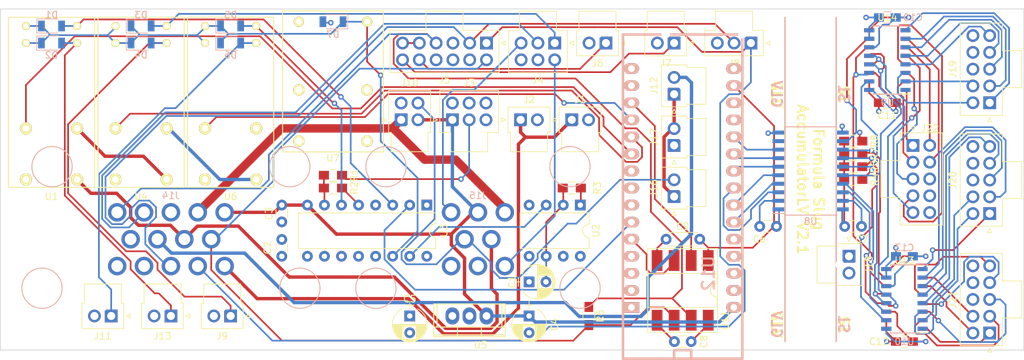
<source format=kicad_pcb>
(kicad_pcb (version 4) (host pcbnew 4.0.7)
  (layers (0 F.Cu signal) (1 In1.Cu power hide) (2 In2.Cu power hide) (31 B.Cu signal) (34 B.Paste user) (35 F.Paste user) (36 B.SilkS user) (37 F.SilkS user) (38 B.Mask user) (39 F.Mask user) (44 Edge.Cuts user))
  (net 0 "")
  (net 1 +5V)
  (net 2 "Net-(C1-Pad2)")
  (net 3 GND)
  (net 4 +12V)
  (net 5 +3V3)
  (net 6 /3.3V_TS)
  (net 7 /BATT-)
  (net 8 /AIRS_FINAL)
  (net 9 /BMS_FLT)
  (net 10 /V_L)
  (net 11 /V_S)
  (net 12 /5V_BMS)
  (net 13 /SIG_CURRENT)
  (net 14 /CAN_H)
  (net 15 /CAN_L)
  (net 16 /BMS_TX)
  (net 17 /BMS_RX)
  (net 18 /IMD_FLT)
  (net 19 /BMS_RESET)
  (net 20 /12V_SRC)
  (net 21 /AIRS_FINAL_CHARGER)
  (net 22 /IMD_RESET)
  (net 23 /AIRS_ACC_OUT)
  (net 24 /TEMP_RESET)
  (net 25 /AIRS_CHARGER_OUT)
  (net 26 "Net-(J19-Pad1)")
  (net 27 "Net-(J19-Pad2)")
  (net 28 "Net-(J19-Pad3)")
  (net 29 "Net-(J19-Pad4)")
  (net 30 "Net-(J19-Pad5)")
  (net 31 "Net-(J19-Pad6)")
  (net 32 "Net-(J19-Pad7)")
  (net 33 "Net-(J20-Pad1)")
  (net 34 "Net-(J20-Pad2)")
  (net 35 "Net-(J20-Pad3)")
  (net 36 "Net-(J20-Pad4)")
  (net 37 "Net-(J20-Pad5)")
  (net 38 "Net-(J20-Pad6)")
  (net 39 "Net-(J20-Pad7)")
  (net 40 "Net-(J21-Pad1)")
  (net 41 "Net-(J21-Pad2)")
  (net 42 "Net-(J21-Pad3)")
  (net 43 "Net-(J21-Pad4)")
  (net 44 "Net-(J21-Pad5)")
  (net 45 "Net-(J21-Pad6)")
  (net 46 "Net-(J21-Pad7)")
  (net 47 "Net-(J22-Pad1)")
  (net 48 "Net-(J22-Pad2)")
  (net 49 "Net-(J22-Pad3)")
  (net 50 "Net-(J22-Pad4)")
  (net 51 "Net-(J22-Pad5)")
  (net 52 "Net-(J22-Pad6)")
  (net 53 "Net-(J22-Pad7)")
  (net 54 /IMD_FLT_5)
  (net 55 /TIMER_H)
  (net 56 /TEMP_FLT_LATCHED)
  (net 57 /TEMP_FLT_H)
  (net 58 /TIMER)
  (net 59 /IMD_FLT_H)
  (net 60 /BMS_FLT_LATCHED)
  (net 61 /IMD_FLT_LATCHED)
  (net 62 "Net-(U12-Pad23)")
  (net 63 "Net-(U12-Pad25)")
  (net 64 "Net-(U12-Pad24)")
  (net 65 "Net-(U12-Pad22)")
  (net 66 "Net-(U12-Pad21)")
  (net 67 "Net-(U12-Pad20)")
  (net 68 /TEMP_SS_3)
  (net 69 /TEMP_SS_2)
  (net 70 /TEMP_SS_1)
  (net 71 /TEMP_SS_0)
  (net 72 /TEMP_SSO)
  (net 73 /TEMP_SSI)
  (net 74 /SCLK)
  (net 75 /TEMP_FLT)
  (net 76 /CHARGER_CONTROL)
  (net 77 /AIRS_LID_OUT)
  (net 78 /AIRS_TEMP_OUT)
  (net 79 /AIRS_BMS_OUT)
  (net 80 /AIRS_IMD_OUT)
  (net 81 /CAN_RX)
  (net 82 /CAN_TX)
  (net 83 "Net-(J5-Pad5)")
  (module Housings_SOIC:SOIC-16_3.9x9.9mm_Pitch1.27mm (layer F.Cu) (at 172.339 114.808 180)
    (fp_text reference U14 (at 0 6.35 180) (layer F.SilkS))
    (fp_text value MCP3008)
    (pad 1 smd rect (at -2.7 -4.445 180) (size 1.5 0.6) (layers F.Cu F.Paste F.Mask) (net 47 "Net-(J22-Pad1)"))
    (pad 2 smd rect (at -2.7 -3.175 180) (size 1.5 0.6) (layers F.Cu F.Paste F.Mask) (net 48 "Net-(J22-Pad2)"))
    (pad 3 smd rect (at -2.7 -1.905 180) (size 1.5 0.6) (layers F.Cu F.Paste F.Mask) (net 49 "Net-(J22-Pad3)"))
    (pad 4 smd rect (at -2.7 -0.635 180) (size 1.5 0.6) (layers F.Cu F.Paste F.Mask) (net 50 "Net-(J22-Pad4)"))
    (pad 5 smd rect (at -2.7 0.635 180) (size 1.5 0.6) (layers F.Cu F.Paste F.Mask) (net 51 "Net-(J22-Pad5)"))
    (pad 6 smd rect (at -2.7 1.905 180) (size 1.5 0.6) (layers F.Cu F.Paste F.Mask) (net 52 "Net-(J22-Pad6)"))
    (pad 7 smd rect (at -2.7 3.175 180) (size 1.5 0.6) (layers F.Cu F.Paste F.Mask) (net 53 "Net-(J22-Pad7)"))
    (pad 8 smd rect (at -2.7 4.445 180) (size 1.5 0.6) (layers F.Cu F.Paste F.Mask))
    (pad 9 smd rect (at 2.7 4.445 180) (size 1.5 0.6) (layers F.Cu F.Paste F.Mask) (net 7 /BATT-))
    (pad 10 smd rect (at 2.7 3.175 180) (size 1.5 0.6) (layers F.Cu F.Paste F.Mask) (net 68 /TEMP_SS_3))
    (pad 11 smd rect (at 2.7 1.905 180) (size 1.5 0.6) (layers F.Cu F.Paste F.Mask) (net 73 /TEMP_SSI))
    (pad 12 smd rect (at 2.7 0.635 180) (size 1.5 0.6) (layers F.Cu F.Paste F.Mask) (net 72 /TEMP_SSO))
    (pad 13 smd rect (at 2.7 -0.635 180) (size 1.5 0.6) (layers F.Cu F.Paste F.Mask) (net 74 /SCLK))
    (pad 14 smd rect (at 2.7 -1.905 180) (size 1.5 0.6) (layers F.Cu F.Paste F.Mask) (net 7 /BATT-))
    (pad 15 smd rect (at 2.7 -3.175 180) (size 1.5 0.6) (layers F.Cu F.Paste F.Mask) (net 6 /3.3V_TS))
    (pad 16 smd rect (at 2.7 -4.445 180) (size 1.5 0.6) (layers F.Cu F.Paste F.Mask) (net 6 /3.3V_TS))
  )
  (module Housings_SOIC:SOIC-16_3.9x9.9mm_Pitch1.27mm (layer B.Cu) (at 172.339 114.808 180)
    (fp_text reference U9 (at 0 -6.35 180) (layer B.SilkS) (effects (justify mirror)))
    (fp_text value MCP3008)
    (pad 1 smd rect (at -2.7 4.445 180) (size 1.5 0.6) (layers B.Cu B.Paste B.Mask) (net 26 "Net-(J19-Pad1)"))
    (pad 2 smd rect (at -2.7 3.175 180) (size 1.5 0.6) (layers B.Cu B.Paste B.Mask) (net 27 "Net-(J19-Pad2)"))
    (pad 3 smd rect (at -2.7 1.905 180) (size 1.5 0.6) (layers B.Cu B.Paste B.Mask) (net 28 "Net-(J19-Pad3)"))
    (pad 4 smd rect (at -2.7 0.635 180) (size 1.5 0.6) (layers B.Cu B.Paste B.Mask) (net 29 "Net-(J19-Pad4)"))
    (pad 5 smd rect (at -2.7 -0.635 180) (size 1.5 0.6) (layers B.Cu B.Paste B.Mask) (net 30 "Net-(J19-Pad5)"))
    (pad 6 smd rect (at -2.7 -1.905 180) (size 1.5 0.6) (layers B.Cu B.Paste B.Mask) (net 31 "Net-(J19-Pad6)"))
    (pad 7 smd rect (at -2.7 -3.175 180) (size 1.5 0.6) (layers B.Cu B.Paste B.Mask) (net 32 "Net-(J19-Pad7)"))
    (pad 8 smd rect (at -2.7 -4.445 180) (size 1.5 0.6) (layers B.Cu B.Paste B.Mask))
    (pad 9 smd rect (at 2.7 -4.445 180) (size 1.5 0.6) (layers B.Cu B.Paste B.Mask) (net 7 /BATT-))
    (pad 10 smd rect (at 2.7 -3.175 180) (size 1.5 0.6) (layers B.Cu B.Paste B.Mask) (net 71 /TEMP_SS_0))
    (pad 11 smd rect (at 2.7 -1.905 180) (size 1.5 0.6) (layers B.Cu B.Paste B.Mask) (net 73 /TEMP_SSI))
    (pad 12 smd rect (at 2.7 -0.635 180) (size 1.5 0.6) (layers B.Cu B.Paste B.Mask) (net 72 /TEMP_SSO))
    (pad 13 smd rect (at 2.7 0.635 180) (size 1.5 0.6) (layers B.Cu B.Paste B.Mask) (net 74 /SCLK))
    (pad 14 smd rect (at 2.7 1.905 180) (size 1.5 0.6) (layers B.Cu B.Paste B.Mask) (net 7 /BATT-))
    (pad 15 smd rect (at 2.7 3.175 180) (size 1.5 0.6) (layers B.Cu B.Paste B.Mask) (net 6 /3.3V_TS))
    (pad 16 smd rect (at 2.7 4.445 180) (size 1.5 0.6) (layers B.Cu B.Paste B.Mask) (net 6 /3.3V_TS))
  )
  (module Housings_SOIC:SOIC-16_3.9x9.9mm_Pitch1.27mm (layer F.Cu) (at 174.879 150.368 180)
    (fp_text reference U13 (at 0 5.715 180) (layer F.SilkS))
    (fp_text value MCP3008)
    (pad 1 smd rect (at -2.7 -4.445 180) (size 1.5 0.6) (layers F.Cu F.Paste F.Mask) (net 40 "Net-(J21-Pad1)"))
    (pad 2 smd rect (at -2.7 -3.175 180) (size 1.5 0.6) (layers F.Cu F.Paste F.Mask) (net 41 "Net-(J21-Pad2)"))
    (pad 3 smd rect (at -2.7 -1.905 180) (size 1.5 0.6) (layers F.Cu F.Paste F.Mask) (net 42 "Net-(J21-Pad3)"))
    (pad 4 smd rect (at -2.7 -0.635 180) (size 1.5 0.6) (layers F.Cu F.Paste F.Mask) (net 43 "Net-(J21-Pad4)"))
    (pad 5 smd rect (at -2.7 0.635 180) (size 1.5 0.6) (layers F.Cu F.Paste F.Mask) (net 44 "Net-(J21-Pad5)"))
    (pad 6 smd rect (at -2.7 1.905 180) (size 1.5 0.6) (layers F.Cu F.Paste F.Mask) (net 45 "Net-(J21-Pad6)"))
    (pad 7 smd rect (at -2.7 3.175 180) (size 1.5 0.6) (layers F.Cu F.Paste F.Mask) (net 46 "Net-(J21-Pad7)"))
    (pad 8 smd rect (at -2.7 4.445 180) (size 1.5 0.6) (layers F.Cu F.Paste F.Mask))
    (pad 9 smd rect (at 2.7 4.445 180) (size 1.5 0.6) (layers F.Cu F.Paste F.Mask) (net 7 /BATT-))
    (pad 10 smd rect (at 2.7 3.175 180) (size 1.5 0.6) (layers F.Cu F.Paste F.Mask) (net 69 /TEMP_SS_2))
    (pad 11 smd rect (at 2.7 1.905 180) (size 1.5 0.6) (layers F.Cu F.Paste F.Mask) (net 73 /TEMP_SSI))
    (pad 12 smd rect (at 2.7 0.635 180) (size 1.5 0.6) (layers F.Cu F.Paste F.Mask) (net 72 /TEMP_SSO))
    (pad 13 smd rect (at 2.7 -0.635 180) (size 1.5 0.6) (layers F.Cu F.Paste F.Mask) (net 74 /SCLK))
    (pad 14 smd rect (at 2.7 -1.905 180) (size 1.5 0.6) (layers F.Cu F.Paste F.Mask) (net 7 /BATT-))
    (pad 15 smd rect (at 2.7 -3.175 180) (size 1.5 0.6) (layers F.Cu F.Paste F.Mask) (net 6 /3.3V_TS))
    (pad 16 smd rect (at 2.7 -4.445 180) (size 1.5 0.6) (layers F.Cu F.Paste F.Mask) (net 6 /3.3V_TS))
  )
  (module Mounting_Holes:MountingHole_4.5mm (layer F.Cu) (at 160.909 152.908 180)
    (fp_text reference H2 hide)
    (fp_text value MtngHole)
    (pad 1 np_thru_hole circle (at 0 0 180) (size 4.5 4.5) (drill 4.5) (layers *.Cu *.Mask))
  )
  (module Mounting_Holes:MountingHole_4.5mm (layer F.Cu) (at 160.909 112.268 270)
    (fp_text reference H1 hide)
    (fp_text value MtngHole)
    (pad 1 np_thru_hole circle (at 0 0 270) (size 4.5 4.5) (drill 4.5) (layers *.Cu *.Mask))
  )
  (module Connectors_Molex:Molex_NanoFit_2x02x2.50mm_Straight (layer F.Cu) (at 99.949 123.698)
    (fp_text reference J10 (at 1.25 -5.5) (layer F.SilkS))
    (fp_text value "To HV Board")
    (pad 1 thru_hole rect (at 0 0) (size 1.9 1.9) (drill 1.2) (layers *.Cu *.Mask) (net 20 /12V_SRC))
    (pad 2 thru_hole circle (at 2.5 0) (size 1.9 1.9) (drill 1.2) (layers *.Cu *.Mask) (net 4 +12V))
    (pad 3 thru_hole circle (at 0 -2.5) (size 1.9 1.9) (drill 1.2) (layers *.Cu *.Mask) (net 3 GND))
    (pad 4 thru_hole circle (at 2.5 -2.5) (size 1.9 1.9) (drill 1.2) (layers *.Cu *.Mask) (net 21 /AIRS_FINAL_CHARGER))
    (pad "" np_thru_hole circle (at 1.25 1.34) (size 1.3 1.3) (drill 1.3) (layers *.Cu *.Mask))
  )
  (module Capacitors_THT:CP_Radial_D5.0mm_P2.50mm (layer F.Cu) (at 101.219 152.908 270)
    (fp_text reference C5 (at -2.54 0 360) (layer F.SilkS))
    (fp_text value 10uF)
    (pad 1 thru_hole rect (at 0 0 270) (size 1.6 1.6) (drill 0.8) (layers *.Cu *.Mask) (net 1 +5V))
    (pad 2 thru_hole circle (at 2.5 0 270) (size 1.6 1.6) (drill 0.8) (layers *.Cu *.Mask) (net 3 GND))
  )
  (module Capacitors_THT:CP_Radial_D5.0mm_P2.50mm (layer F.Cu) (at 118.999 152.908 270)
    (fp_text reference C4 (at 1.27 -3.81 450) (layer F.SilkS))
    (fp_text value 10uF)
    (pad 1 thru_hole rect (at 0 0 270) (size 1.6 1.6) (drill 0.8) (layers *.Cu *.Mask) (net 4 +12V))
    (pad 2 thru_hole circle (at 2.5 0 270) (size 1.6 1.6) (drill 0.8) (layers *.Cu *.Mask) (net 3 GND))
  )
  (module Capacitors_THT:CP_Radial_D5.0mm_P2.50mm (layer F.Cu) (at 118.999 147.828)
    (fp_text reference C1 (at -2.54 0 90) (layer F.SilkS))
    (fp_text value 10uF)
    (pad 1 thru_hole rect (at 0 0) (size 1.6 1.6) (drill 0.8) (layers *.Cu *.Mask) (net 1 +5V))
    (pad 2 thru_hole circle (at 2.5 0) (size 1.6 1.6) (drill 0.8) (layers *.Cu *.Mask) (net 2 "Net-(C1-Pad2)"))
  )
  (module Connectors_Molex:Molex_NanoFit_1x02x2.50mm_Straight (layer F.Cu) (at 125.349 123.698)
    (fp_text reference J1 (at 1.25 -3) (layer F.SilkS))
    (fp_text value "Contactor 1")
    (pad 1 thru_hole rect (at 0 0) (size 1.9 1.9) (drill 1.2) (layers *.Cu *.Mask) (net 8 /AIRS_FINAL))
    (pad 2 thru_hole circle (at 2.5 0) (size 1.9 1.9) (drill 1.2) (layers *.Cu *.Mask) (net 3 GND))
    (pad "" np_thru_hole circle (at 1.25 1.34) (size 1.3 1.3) (drill 1.3) (layers *.Cu *.Mask))
  )
  (module Connectors_Molex:Molex_NanoFit_1x02x2.50mm_Straight (layer F.Cu) (at 140.589 112.268 180)
    (fp_text reference J7 (at 1.25 -3 180) (layer F.SilkS))
    (fp_text value "BMS RX")
    (pad 1 thru_hole rect (at 0 0 180) (size 1.9 1.9) (drill 1.2) (layers *.Cu *.Mask) (net 17 /BMS_RX))
    (pad 2 thru_hole circle (at 2.5 0 180) (size 1.9 1.9) (drill 1.2) (layers *.Cu *.Mask) (net 3 GND))
    (pad "" np_thru_hole circle (at 1.25 1.34 180) (size 1.3 1.3) (drill 1.3) (layers *.Cu *.Mask))
  )
  (module Connectors_Molex:Molex_NanoFit_1x02x2.50mm_Straight (layer F.Cu) (at 74.549 152.908 180)
    (fp_text reference J9 (at 1.25 -3 180) (layer F.SilkS))
    (fp_text value "BMS Reset")
    (pad 1 thru_hole rect (at 0 0 180) (size 1.9 1.9) (drill 1.2) (layers *.Cu *.Mask) (net 19 /BMS_RESET))
    (pad 2 thru_hole circle (at 2.5 0 180) (size 1.9 1.9) (drill 1.2) (layers *.Cu *.Mask) (net 3 GND))
    (pad "" np_thru_hole circle (at 1.25 1.34 180) (size 1.3 1.3) (drill 1.3) (layers *.Cu *.Mask))
  )
  (module Connectors_Molex:Molex_NanoFit_1x02x2.50mm_Straight (layer F.Cu) (at 56.769 152.908 180)
    (fp_text reference J11 (at 1.25 -3 180) (layer F.SilkS))
    (fp_text value "IMD Reset")
    (pad 1 thru_hole rect (at 0 0 180) (size 1.9 1.9) (drill 1.2) (layers *.Cu *.Mask) (net 22 /IMD_RESET))
    (pad 2 thru_hole circle (at 2.5 0 180) (size 1.9 1.9) (drill 1.2) (layers *.Cu *.Mask) (net 3 GND))
    (pad "" np_thru_hole circle (at 1.25 1.34 180) (size 1.3 1.3) (drill 1.3) (layers *.Cu *.Mask))
  )
  (module Connectors_Molex:Molex_NanoFit_1x02x2.50mm_Straight (layer F.Cu) (at 140.589 119.888 90)
    (fp_text reference J12 (at 1.25 -3 90) (layer F.SilkS))
    (fp_text value "TS Interlock")
    (pad 1 thru_hole rect (at 0 0 90) (size 1.9 1.9) (drill 1.2) (layers *.Cu *.Mask) (net 77 /AIRS_LID_OUT))
    (pad 2 thru_hole circle (at 2.5 0 90) (size 1.9 1.9) (drill 1.2) (layers *.Cu *.Mask) (net 23 /AIRS_ACC_OUT))
    (pad "" np_thru_hole circle (at 1.25 1.34 90) (size 1.3 1.3) (drill 1.3) (layers *.Cu *.Mask))
  )
  (module Connectors_Molex:Molex_NanoFit_1x02x2.50mm_Straight (layer F.Cu) (at 65.659 152.908 180)
    (fp_text reference J13 (at 1.25 -3 180) (layer F.SilkS))
    (fp_text value "Temp Reset")
    (pad 1 thru_hole rect (at 0 0 180) (size 1.9 1.9) (drill 1.2) (layers *.Cu *.Mask) (net 24 /TEMP_RESET))
    (pad 2 thru_hole circle (at 2.5 0 180) (size 1.9 1.9) (drill 1.2) (layers *.Cu *.Mask) (net 3 GND))
    (pad "" np_thru_hole circle (at 1.25 1.34 180) (size 1.3 1.3) (drill 1.3) (layers *.Cu *.Mask))
  )
  (module Connectors_Molex:Molex_NanoFit_1x02x2.50mm_Straight (layer F.Cu) (at 140.589 135.128 90)
    (fp_text reference J16 (at 1.25 -3 90) (layer F.SilkS))
    (fp_text value "Charger Interlock")
    (pad 1 thru_hole rect (at 0 0 90) (size 1.9 1.9) (drill 1.2) (layers *.Cu *.Mask) (net 77 /AIRS_LID_OUT))
    (pad 2 thru_hole circle (at 2.5 0 90) (size 1.9 1.9) (drill 1.2) (layers *.Cu *.Mask) (net 21 /AIRS_FINAL_CHARGER))
    (pad "" np_thru_hole circle (at 1.25 1.34 90) (size 1.3 1.3) (drill 1.3) (layers *.Cu *.Mask))
  )
  (module Connectors_Molex:Molex_NanoFit_1x02x2.50mm_Straight (layer F.Cu) (at 140.589 127.508 90)
    (fp_text reference J17 (at 1.25 -3 90) (layer F.SilkS))
    (fp_text value "Lid Interlock")
    (pad 1 thru_hole rect (at 0 0 90) (size 1.9 1.9) (drill 1.2) (layers *.Cu *.Mask))
    (pad 2 thru_hole circle (at 2.5 0 90) (size 1.9 1.9) (drill 1.2) (layers *.Cu *.Mask) (net 77 /AIRS_LID_OUT))
    (pad "" np_thru_hole circle (at 1.25 1.34 90) (size 1.3 1.3) (drill 1.3) (layers *.Cu *.Mask))
  )
  (module Connectors_Molex:Molex_NanoFit_1x02x2.50mm_Straight (layer F.Cu) (at 166.624 144.018 270)
    (fp_text reference J18 (at 1.25 -3 270) (layer F.SilkS))
    (fp_text value "From HV Board")
    (pad 1 thru_hole rect (at 0 0 270) (size 1.9 1.9) (drill 1.2) (layers *.Cu *.Mask) (net 6 /3.3V_TS))
    (pad 2 thru_hole circle (at 2.5 0 270) (size 1.9 1.9) (drill 1.2) (layers *.Cu *.Mask) (net 7 /BATT-))
    (pad "" np_thru_hole circle (at 1.25 1.34 270) (size 1.3 1.3) (drill 1.3) (layers *.Cu *.Mask))
  )
  (module Housings_DIP:DIP-8_W7.62mm (layer F.Cu) (at 126.619 136.398 270)
    (fp_text reference U2 (at 3.81 -2.33 270) (layer F.SilkS))
    (fp_text value LM555N)
    (pad 1 thru_hole rect (at 0 0 270) (size 1.6 1.6) (drill 0.8) (layers *.Cu *.Mask) (net 3 GND))
    (pad 5 thru_hole oval (at 7.62 7.62 270) (size 1.6 1.6) (drill 0.8) (layers *.Cu *.Mask))
    (pad 2 thru_hole oval (at 0 2.54 270) (size 1.6 1.6) (drill 0.8) (layers *.Cu *.Mask) (net 2 "Net-(C1-Pad2)"))
    (pad 6 thru_hole oval (at 7.62 5.08 270) (size 1.6 1.6) (drill 0.8) (layers *.Cu *.Mask) (net 2 "Net-(C1-Pad2)"))
    (pad 3 thru_hole oval (at 0 5.08 270) (size 1.6 1.6) (drill 0.8) (layers *.Cu *.Mask) (net 58 /TIMER))
    (pad 7 thru_hole oval (at 7.62 2.54 270) (size 1.6 1.6) (drill 0.8) (layers *.Cu *.Mask))
    (pad 4 thru_hole oval (at 0 7.62 270) (size 1.6 1.6) (drill 0.8) (layers *.Cu *.Mask) (net 1 +5V))
    (pad 8 thru_hole oval (at 7.62 0 270) (size 1.6 1.6) (drill 0.8) (layers *.Cu *.Mask) (net 1 +5V))
  )
  (module Housings_DIP:DIP-16_W7.62mm (layer F.Cu) (at 103.759 136.398 270)
    (fp_text reference U3 (at 3.81 -2.54 270) (layer F.SilkS))
    (fp_text value SN754410)
    (pad 1 thru_hole rect (at 0 0 270) (size 1.6 1.6) (drill 0.8) (layers *.Cu *.Mask) (net 1 +5V))
    (pad 9 thru_hole oval (at 7.62 17.78 270) (size 1.6 1.6) (drill 0.8) (layers *.Cu *.Mask) (net 1 +5V))
    (pad 2 thru_hole oval (at 0 2.54 270) (size 1.6 1.6) (drill 0.8) (layers *.Cu *.Mask) (net 75 /TEMP_FLT))
    (pad 10 thru_hole oval (at 7.62 15.24 270) (size 1.6 1.6) (drill 0.8) (layers *.Cu *.Mask))
    (pad 3 thru_hole oval (at 0 5.08 270) (size 1.6 1.6) (drill 0.8) (layers *.Cu *.Mask) (net 57 /TEMP_FLT_H))
    (pad 11 thru_hole oval (at 7.62 12.7 270) (size 1.6 1.6) (drill 0.8) (layers *.Cu *.Mask))
    (pad 4 thru_hole oval (at 0 7.62 270) (size 1.6 1.6) (drill 0.8) (layers *.Cu *.Mask) (net 3 GND))
    (pad 12 thru_hole oval (at 7.62 10.16 270) (size 1.6 1.6) (drill 0.8) (layers *.Cu *.Mask) (net 3 GND))
    (pad 5 thru_hole oval (at 0 10.16 270) (size 1.6 1.6) (drill 0.8) (layers *.Cu *.Mask) (net 3 GND))
    (pad 13 thru_hole oval (at 7.62 7.62 270) (size 1.6 1.6) (drill 0.8) (layers *.Cu *.Mask) (net 3 GND))
    (pad 6 thru_hole oval (at 0 12.7 270) (size 1.6 1.6) (drill 0.8) (layers *.Cu *.Mask) (net 59 /IMD_FLT_H))
    (pad 14 thru_hole oval (at 7.62 5.08 270) (size 1.6 1.6) (drill 0.8) (layers *.Cu *.Mask) (net 55 /TIMER_H))
    (pad 7 thru_hole oval (at 0 15.24 270) (size 1.6 1.6) (drill 0.8) (layers *.Cu *.Mask) (net 54 /IMD_FLT_5))
    (pad 15 thru_hole oval (at 7.62 2.54 270) (size 1.6 1.6) (drill 0.8) (layers *.Cu *.Mask) (net 58 /TIMER))
    (pad 8 thru_hole oval (at 0 17.78 270) (size 1.6 1.6) (drill 0.8) (layers *.Cu *.Mask) (net 4 +12V))
    (pad 16 thru_hole oval (at 7.62 0 270) (size 1.6 1.6) (drill 0.8) (layers *.Cu *.Mask) (net 1 +5V))
  )
  (module Power_Integrations:TO-220 (layer F.Cu) (at 110.109 152.908 180)
    (fp_text reference U5 (at -1.651 -4.318 180) (layer F.SilkS))
    (fp_text value L78S05CV-DG)
    (pad 2 thru_hole oval (at 0 0 180) (size 2.032 2.54) (drill 1.143) (layers *.Cu *.Mask) (net 3 GND))
    (pad 3 thru_hole oval (at 2.54 0 180) (size 2.032 2.54) (drill 1.143) (layers *.Cu *.Mask) (net 1 +5V))
    (pad 1 thru_hole oval (at -2.54 0 180) (size 2.032 2.54) (drill 1.143) (layers *.Cu *.Mask) (net 4 +12V))
  )
  (module Housings_SOIC:SOIC-20W_7.5x12.8mm_Pitch1.27mm (layer B.Cu) (at 160.909 131.318)
    (fp_text reference U8 (at 0 7.5) (layer B.SilkS) (effects (justify mirror)))
    (fp_text value ADUM4154ARIZ)
    (pad 1 smd rect (at -4.7 5.715) (size 1.95 0.6) (layers B.Cu B.Paste B.Mask) (net 5 +3V3))
    (pad 2 smd rect (at -4.7 4.445) (size 1.95 0.6) (layers B.Cu B.Paste B.Mask) (net 3 GND))
    (pad 3 smd rect (at -4.7 3.175) (size 1.95 0.6) (layers B.Cu B.Paste B.Mask) (net 62 "Net-(U12-Pad23)"))
    (pad 4 smd rect (at -4.7 1.905) (size 1.95 0.6) (layers B.Cu B.Paste B.Mask) (net 63 "Net-(U12-Pad25)"))
    (pad 5 smd rect (at -4.7 0.635) (size 1.95 0.6) (layers B.Cu B.Paste B.Mask) (net 64 "Net-(U12-Pad24)"))
    (pad 6 smd rect (at -4.7 -0.635) (size 1.95 0.6) (layers B.Cu B.Paste B.Mask) (net 65 "Net-(U12-Pad22)"))
    (pad 7 smd rect (at -4.7 -1.905) (size 1.95 0.6) (layers B.Cu B.Paste B.Mask) (net 66 "Net-(U12-Pad21)"))
    (pad 8 smd rect (at -4.7 -3.175) (size 1.95 0.6) (layers B.Cu B.Paste B.Mask) (net 67 "Net-(U12-Pad20)"))
    (pad 9 smd rect (at -4.7 -4.445) (size 1.95 0.6) (layers B.Cu B.Paste B.Mask))
    (pad 10 smd rect (at -4.7 -5.715) (size 1.95 0.6) (layers B.Cu B.Paste B.Mask) (net 3 GND))
    (pad 11 smd rect (at 4.7 -5.715) (size 1.95 0.6) (layers B.Cu B.Paste B.Mask) (net 7 /BATT-))
    (pad 12 smd rect (at 4.7 -4.445) (size 1.95 0.6) (layers B.Cu B.Paste B.Mask) (net 68 /TEMP_SS_3))
    (pad 13 smd rect (at 4.7 -3.175) (size 1.95 0.6) (layers B.Cu B.Paste B.Mask) (net 69 /TEMP_SS_2))
    (pad 14 smd rect (at 4.7 -1.905) (size 1.95 0.6) (layers B.Cu B.Paste B.Mask) (net 70 /TEMP_SS_1))
    (pad 15 smd rect (at 4.7 -0.635) (size 1.95 0.6) (layers B.Cu B.Paste B.Mask) (net 71 /TEMP_SS_0))
    (pad 16 smd rect (at 4.7 0.635) (size 1.95 0.6) (layers B.Cu B.Paste B.Mask) (net 72 /TEMP_SSO))
    (pad 17 smd rect (at 4.7 1.905) (size 1.95 0.6) (layers B.Cu B.Paste B.Mask) (net 73 /TEMP_SSI))
    (pad 18 smd rect (at 4.7 3.175) (size 1.95 0.6) (layers B.Cu B.Paste B.Mask) (net 74 /SCLK))
    (pad 19 smd rect (at 4.7 4.445) (size 1.95 0.6) (layers B.Cu B.Paste B.Mask) (net 7 /BATT-))
    (pad 20 smd rect (at 4.7 5.715) (size 1.95 0.6) (layers B.Cu B.Paste B.Mask) (net 6 /3.3V_TS))
  )
  (module Connectors_Molex:Molex_NanoFit_2x05x2.50mm_Straight (layer F.Cu) (at 187.579 121.158 90)
    (fp_text reference J19 (at 5 -5.5 90) (layer F.SilkS))
    (fp_text value "Chip 1")
    (pad 1 thru_hole rect (at 0 0 90) (size 1.9 1.9) (drill 1.2) (layers *.Cu *.Mask) (net 26 "Net-(J19-Pad1)"))
    (pad 2 thru_hole circle (at 2.5 0 90) (size 1.9 1.9) (drill 1.2) (layers *.Cu *.Mask) (net 27 "Net-(J19-Pad2)"))
    (pad 3 thru_hole circle (at 5 0 90) (size 1.9 1.9) (drill 1.2) (layers *.Cu *.Mask) (net 28 "Net-(J19-Pad3)"))
    (pad 4 thru_hole circle (at 7.5 0 90) (size 1.9 1.9) (drill 1.2) (layers *.Cu *.Mask) (net 29 "Net-(J19-Pad4)"))
    (pad 5 thru_hole circle (at 10 0 90) (size 1.9 1.9) (drill 1.2) (layers *.Cu *.Mask) (net 30 "Net-(J19-Pad5)"))
    (pad 6 thru_hole circle (at 0 -2.5 90) (size 1.9 1.9) (drill 1.2) (layers *.Cu *.Mask) (net 31 "Net-(J19-Pad6)"))
    (pad 7 thru_hole circle (at 2.5 -2.5 90) (size 1.9 1.9) (drill 1.2) (layers *.Cu *.Mask) (net 32 "Net-(J19-Pad7)"))
    (pad 8 thru_hole circle (at 5 -2.5 90) (size 1.9 1.9) (drill 1.2) (layers *.Cu *.Mask))
    (pad 9 thru_hole circle (at 7.5 -2.5 90) (size 1.9 1.9) (drill 1.2) (layers *.Cu *.Mask) (net 6 /3.3V_TS))
    (pad 10 thru_hole circle (at 10 -2.5 90) (size 1.9 1.9) (drill 1.2) (layers *.Cu *.Mask) (net 7 /BATT-))
    (pad "" np_thru_hole circle (at 3.75 1.34 90) (size 1.3 1.3) (drill 1.3) (layers *.Cu *.Mask))
  )
  (module Connectors_Molex:Molex_NanoFit_2x05x2.50mm_Straight (layer F.Cu) (at 187.579 137.668 90)
    (fp_text reference J20 (at 5 -5.5 90) (layer F.SilkS))
    (fp_text value "Chip 2")
    (pad 1 thru_hole rect (at 0 0 90) (size 1.9 1.9) (drill 1.2) (layers *.Cu *.Mask) (net 33 "Net-(J20-Pad1)"))
    (pad 2 thru_hole circle (at 2.5 0 90) (size 1.9 1.9) (drill 1.2) (layers *.Cu *.Mask) (net 34 "Net-(J20-Pad2)"))
    (pad 3 thru_hole circle (at 5 0 90) (size 1.9 1.9) (drill 1.2) (layers *.Cu *.Mask) (net 35 "Net-(J20-Pad3)"))
    (pad 4 thru_hole circle (at 7.5 0 90) (size 1.9 1.9) (drill 1.2) (layers *.Cu *.Mask) (net 36 "Net-(J20-Pad4)"))
    (pad 5 thru_hole circle (at 10 0 90) (size 1.9 1.9) (drill 1.2) (layers *.Cu *.Mask) (net 37 "Net-(J20-Pad5)"))
    (pad 6 thru_hole circle (at 0 -2.5 90) (size 1.9 1.9) (drill 1.2) (layers *.Cu *.Mask) (net 38 "Net-(J20-Pad6)"))
    (pad 7 thru_hole circle (at 2.5 -2.5 90) (size 1.9 1.9) (drill 1.2) (layers *.Cu *.Mask) (net 39 "Net-(J20-Pad7)"))
    (pad 8 thru_hole circle (at 5 -2.5 90) (size 1.9 1.9) (drill 1.2) (layers *.Cu *.Mask))
    (pad 9 thru_hole circle (at 7.5 -2.5 90) (size 1.9 1.9) (drill 1.2) (layers *.Cu *.Mask) (net 6 /3.3V_TS))
    (pad 10 thru_hole circle (at 10 -2.5 90) (size 1.9 1.9) (drill 1.2) (layers *.Cu *.Mask) (net 7 /BATT-))
    (pad "" np_thru_hole circle (at 3.75 1.34 90) (size 1.3 1.3) (drill 1.3) (layers *.Cu *.Mask))
  )
  (module Connectors_Molex:Molex_NanoFit_2x05x2.50mm_Straight (layer F.Cu) (at 187.579 155.448 90)
    (fp_text reference J21 (at 5 -5.5 90) (layer F.SilkS))
    (fp_text value "Chip 3")
    (pad 1 thru_hole rect (at 0 0 90) (size 1.9 1.9) (drill 1.2) (layers *.Cu *.Mask) (net 40 "Net-(J21-Pad1)"))
    (pad 2 thru_hole circle (at 2.5 0 90) (size 1.9 1.9) (drill 1.2) (layers *.Cu *.Mask) (net 41 "Net-(J21-Pad2)"))
    (pad 3 thru_hole circle (at 5 0 90) (size 1.9 1.9) (drill 1.2) (layers *.Cu *.Mask) (net 42 "Net-(J21-Pad3)"))
    (pad 4 thru_hole circle (at 7.5 0 90) (size 1.9 1.9) (drill 1.2) (layers *.Cu *.Mask) (net 43 "Net-(J21-Pad4)"))
    (pad 5 thru_hole circle (at 10 0 90) (size 1.9 1.9) (drill 1.2) (layers *.Cu *.Mask) (net 44 "Net-(J21-Pad5)"))
    (pad 6 thru_hole circle (at 0 -2.5 90) (size 1.9 1.9) (drill 1.2) (layers *.Cu *.Mask) (net 45 "Net-(J21-Pad6)"))
    (pad 7 thru_hole circle (at 2.5 -2.5 90) (size 1.9 1.9) (drill 1.2) (layers *.Cu *.Mask) (net 46 "Net-(J21-Pad7)"))
    (pad 8 thru_hole circle (at 5 -2.5 90) (size 1.9 1.9) (drill 1.2) (layers *.Cu *.Mask))
    (pad 9 thru_hole circle (at 7.5 -2.5 90) (size 1.9 1.9) (drill 1.2) (layers *.Cu *.Mask) (net 6 /3.3V_TS))
    (pad 10 thru_hole circle (at 10 -2.5 90) (size 1.9 1.9) (drill 1.2) (layers *.Cu *.Mask) (net 7 /BATT-))
    (pad "" np_thru_hole circle (at 3.75 1.34 90) (size 1.3 1.3) (drill 1.3) (layers *.Cu *.Mask))
  )
  (module Connectors_Molex:Molex_NanoFit_2x05x2.50mm_Straight (layer F.Cu) (at 176.149 127.508 270)
    (fp_text reference J22 (at -2.54 -2.54 360) (layer F.SilkS))
    (fp_text value "Chip 4")
    (pad 1 thru_hole rect (at 0 0 270) (size 1.9 1.9) (drill 1.2) (layers *.Cu *.Mask) (net 47 "Net-(J22-Pad1)"))
    (pad 2 thru_hole circle (at 2.5 0 270) (size 1.9 1.9) (drill 1.2) (layers *.Cu *.Mask) (net 48 "Net-(J22-Pad2)"))
    (pad 3 thru_hole circle (at 5 0 270) (size 1.9 1.9) (drill 1.2) (layers *.Cu *.Mask) (net 49 "Net-(J22-Pad3)"))
    (pad 4 thru_hole circle (at 7.5 0 270) (size 1.9 1.9) (drill 1.2) (layers *.Cu *.Mask) (net 50 "Net-(J22-Pad4)"))
    (pad 5 thru_hole circle (at 10 0 270) (size 1.9 1.9) (drill 1.2) (layers *.Cu *.Mask) (net 51 "Net-(J22-Pad5)"))
    (pad 6 thru_hole circle (at 0 -2.5 270) (size 1.9 1.9) (drill 1.2) (layers *.Cu *.Mask) (net 52 "Net-(J22-Pad6)"))
    (pad 7 thru_hole circle (at 2.5 -2.5 270) (size 1.9 1.9) (drill 1.2) (layers *.Cu *.Mask) (net 53 "Net-(J22-Pad7)"))
    (pad 8 thru_hole circle (at 5 -2.5 270) (size 1.9 1.9) (drill 1.2) (layers *.Cu *.Mask))
    (pad 9 thru_hole circle (at 7.5 -2.5 270) (size 1.9 1.9) (drill 1.2) (layers *.Cu *.Mask) (net 6 /3.3V_TS))
    (pad 10 thru_hole circle (at 10 -2.5 270) (size 1.9 1.9) (drill 1.2) (layers *.Cu *.Mask) (net 7 /BATT-))
    (pad "" np_thru_hole circle (at 3.75 1.34 270) (size 1.3 1.3) (drill 1.3) (layers *.Cu *.Mask))
  )
  (module FSFootprints:Ampseal-776276-1 (layer B.Cu) (at 111.379 141.478 180)
    (fp_text reference J15 (at 0 6.5 180) (layer B.SilkS) (effects (justify mirror)))
    (fp_text value "Charger LV")
    (pad "" np_thru_hole circle (at 13.7 10.8 180) (size 2 2) (drill 2) (layers *.Cu *.Mask))
    (pad "" np_thru_hole circle (at -15.2 -7.3 180) (size 2 2) (drill 2) (layers *.Cu *.Mask))
    (pad "" np_thru_hole circle (at -13.7 10.8 180) (size 2 2) (drill 2) (layers *.Cu *.Mask))
    (pad 6 thru_hole circle (at -4 -4 180) (size 2.75 2.75) (drill 1.75) (layers *.Cu *.Mask) (net 76 /CHARGER_CONTROL))
    (pad 7 thru_hole circle (at 0 -4 180) (size 2.75 2.75) (drill 1.75) (layers *.Cu *.Mask))
    (pad 8 thru_hole circle (at 4 -4 180) (size 2.75 2.75) (drill 1.75) (layers *.Cu *.Mask) (net 3 GND))
    (pad 3 thru_hole circle (at 4 4 180) (size 2.75 2.75) (drill 1.75) (layers *.Cu *.Mask) (net 11 /V_S))
    (pad 1 thru_hole circle (at -4 4 180) (size 2.75 2.75) (drill 1.75) (layers *.Cu *.Mask) (net 20 /12V_SRC))
    (pad 2 thru_hole circle (at 0 4 180) (size 2.75 2.75) (drill 1.75) (layers *.Cu *.Mask) (net 4 +12V))
    (pad 5 thru_hole circle (at 2 0 180) (size 2.75 2.75) (drill 1.75) (layers *.Cu *.Mask) (net 21 /AIRS_FINAL_CHARGER))
    (pad 4 thru_hole circle (at -2 0 180) (size 2.75 2.75) (drill 1.75) (layers *.Cu *.Mask) (net 25 /AIRS_CHARGER_OUT))
    (pad "" np_thru_hole circle (at 15.2 -7.3 180) (size 2 2) (drill 2) (layers *.Cu *.Mask))
  )
  (module Housings_SOIC:SOIC-16_3.9x9.9mm_Pitch1.27mm (layer B.Cu) (at 174.879 150.368 180)
    (fp_text reference U10 (at 0 -6.35 180) (layer B.SilkS) (effects (justify mirror)))
    (fp_text value MCP3008)
    (pad 1 smd rect (at -2.7 4.445 180) (size 1.5 0.6) (layers B.Cu B.Paste B.Mask) (net 33 "Net-(J20-Pad1)"))
    (pad 2 smd rect (at -2.7 3.175 180) (size 1.5 0.6) (layers B.Cu B.Paste B.Mask) (net 34 "Net-(J20-Pad2)"))
    (pad 3 smd rect (at -2.7 1.905 180) (size 1.5 0.6) (layers B.Cu B.Paste B.Mask) (net 35 "Net-(J20-Pad3)"))
    (pad 4 smd rect (at -2.7 0.635 180) (size 1.5 0.6) (layers B.Cu B.Paste B.Mask) (net 36 "Net-(J20-Pad4)"))
    (pad 5 smd rect (at -2.7 -0.635 180) (size 1.5 0.6) (layers B.Cu B.Paste B.Mask) (net 37 "Net-(J20-Pad5)"))
    (pad 6 smd rect (at -2.7 -1.905 180) (size 1.5 0.6) (layers B.Cu B.Paste B.Mask) (net 38 "Net-(J20-Pad6)"))
    (pad 7 smd rect (at -2.7 -3.175 180) (size 1.5 0.6) (layers B.Cu B.Paste B.Mask) (net 39 "Net-(J20-Pad7)"))
    (pad 8 smd rect (at -2.7 -4.445 180) (size 1.5 0.6) (layers B.Cu B.Paste B.Mask))
    (pad 9 smd rect (at 2.7 -4.445 180) (size 1.5 0.6) (layers B.Cu B.Paste B.Mask) (net 7 /BATT-))
    (pad 10 smd rect (at 2.7 -3.175 180) (size 1.5 0.6) (layers B.Cu B.Paste B.Mask) (net 70 /TEMP_SS_1))
    (pad 11 smd rect (at 2.7 -1.905 180) (size 1.5 0.6) (layers B.Cu B.Paste B.Mask) (net 73 /TEMP_SSI))
    (pad 12 smd rect (at 2.7 -0.635 180) (size 1.5 0.6) (layers B.Cu B.Paste B.Mask) (net 72 /TEMP_SSO))
    (pad 13 smd rect (at 2.7 0.635 180) (size 1.5 0.6) (layers B.Cu B.Paste B.Mask) (net 74 /SCLK))
    (pad 14 smd rect (at 2.7 1.905 180) (size 1.5 0.6) (layers B.Cu B.Paste B.Mask) (net 7 /BATT-))
    (pad 15 smd rect (at 2.7 3.175 180) (size 1.5 0.6) (layers B.Cu B.Paste B.Mask) (net 6 /3.3V_TS))
    (pad 16 smd rect (at 2.7 4.445 180) (size 1.5 0.6) (layers B.Cu B.Paste B.Mask) (net 6 /3.3V_TS))
  )
  (module FSFootprints:Ampseal-776261 (layer B.Cu) (at 65.659 141.478 180)
    (fp_text reference J14 (at 0 6.5 180) (layer B.SilkS) (effects (justify mirror)))
    (fp_text value "To ECU")
    (pad "" np_thru_hole circle (at -19.2 -7.3 180) (size 2 2) (drill 2) (layers *.Cu *.Mask))
    (pad "" np_thru_hole circle (at 17.7 10.8 180) (size 2 2) (drill 2) (layers *.Cu *.Mask))
    (pad 13 thru_hole circle (at 4 -4 180) (size 2.75 2.75) (drill 1.75) (layers *.Cu *.Mask))
    (pad 14 thru_hole circle (at 8 -4 180) (size 2.75 2.75) (drill 1.75) (layers *.Cu *.Mask))
    (pad 11 thru_hole circle (at -4 -4 180) (size 2.75 2.75) (drill 1.75) (layers *.Cu *.Mask) (net 12 /5V_BMS))
    (pad 10 thru_hole circle (at -8 -4 180) (size 2.75 2.75) (drill 1.75) (layers *.Cu *.Mask) (net 8 /AIRS_FINAL))
    (pad 12 thru_hole circle (at 0 -4 180) (size 2.75 2.75) (drill 1.75) (layers *.Cu *.Mask) (net 13 /SIG_CURRENT))
    (pad 9 thru_hole circle (at 6 0 180) (size 2.75 2.75) (drill 1.75) (layers *.Cu *.Mask))
    (pad "" np_thru_hole circle (at -17.7 10.8 180) (size 2 2) (drill 2) (layers *.Cu *.Mask))
    (pad 6 thru_hole circle (at -6 0 180) (size 2.75 2.75) (drill 1.75) (layers *.Cu *.Mask) (net 15 /CAN_L))
    (pad 7 thru_hole circle (at -2 0 180) (size 2.75 2.75) (drill 1.75) (layers *.Cu *.Mask) (net 25 /AIRS_CHARGER_OUT))
    (pad 8 thru_hole circle (at 2 0 180) (size 2.75 2.75) (drill 1.75) (layers *.Cu *.Mask) (net 23 /AIRS_ACC_OUT))
    (pad 3 thru_hole circle (at 0 4 180) (size 2.75 2.75) (drill 1.75) (layers *.Cu *.Mask) (net 3 GND))
    (pad 1 thru_hole circle (at -8 4 180) (size 2.75 2.75) (drill 1.75) (layers *.Cu *.Mask) (net 4 +12V))
    (pad 2 thru_hole circle (at -4 4 180) (size 2.75 2.75) (drill 1.75) (layers *.Cu *.Mask) (net 20 /12V_SRC))
    (pad 5 thru_hole circle (at 8 4 180) (size 2.75 2.75) (drill 1.75) (layers *.Cu *.Mask) (net 14 /CAN_H))
    (pad 4 thru_hole circle (at 4 4 180) (size 2.75 2.75) (drill 1.75) (layers *.Cu *.Mask) (net 10 /V_L))
    (pad "" np_thru_hole circle (at 19.2 -7.3 180) (size 2 2) (drill 2) (layers *.Cu *.Mask))
  )
  (module FSFootprints:DK1A1B-12V (layer F.Cu) (at 89.789 119.253)
    (fp_text reference U7 (at 0 10.16) (layer F.SilkS))
    (fp_text value DK1A1B-12V)
    (pad 1 thru_hole circle (at -5.08 -10.16) (size 1.524 1.524) (drill 0.9) (layers *.Cu *.Mask F.SilkS) (net 3 GND))
    (pad 3 thru_hole circle (at -5.08 0) (size 1.7 1.7) (drill 1.1) (layers *.Cu *.Mask F.SilkS) (net 80 /AIRS_IMD_OUT))
    (pad 4 thru_hole circle (at -5.08 7.62) (size 1.7 1.7) (drill 1.1) (layers *.Cu *.Mask F.SilkS))
    (pad 8 thru_hole circle (at 5.08 -10.16) (size 1.524 1.524) (drill 0.9) (layers *.Cu *.Mask F.SilkS) (net 55 /TIMER_H))
    (pad 6 thru_hole circle (at 5.08 0) (size 1.7 1.7) (drill 1.1) (layers *.Cu *.Mask F.SilkS))
    (pad 5 thru_hole circle (at 5.08 7.62) (size 1.7 1.7) (drill 1.1) (layers *.Cu *.Mask F.SilkS))
  )
  (module FSFootprints:arduino_mini (layer B.Cu) (at 141.859 132.588 90)
    (fp_text reference U12 (at -13.97 3.81 90) (layer B.SilkS) (effects (font (size 1.778 1.778) (thickness 0.3048)) (justify mirror)))
    (fp_text value stm_nucleo_FK303K8)
    (pad 1 thru_hole rect (at -19.05 -7.62 90) (size 1.5748 2.286) (drill 1) (layers *.Cu *.Mask B.SilkS))
    (pad 2 thru_hole oval (at -16.51 -7.62 90) (size 1.5748 2.286) (drill 1) (layers *.Cu *.Mask B.SilkS))
    (pad 3 thru_hole oval (at -13.97 -7.62 90) (size 1.5748 2.286) (drill 1) (layers *.Cu *.Mask B.SilkS))
    (pad 4 thru_hole oval (at -11.43 -7.62 90) (size 1.5748 2.286) (drill 1) (layers *.Cu *.Mask B.SilkS) (net 3 GND))
    (pad 5 thru_hole oval (at -8.89 -7.62 90) (size 1.5748 2.286) (drill 1) (layers *.Cu *.Mask B.SilkS) (net 82 /CAN_TX))
    (pad 6 thru_hole oval (at -6.35 -7.62 90) (size 1.5748 2.286) (drill 1) (layers *.Cu *.Mask B.SilkS) (net 75 /TEMP_FLT))
    (pad 7 thru_hole oval (at -3.81 -7.62 90) (size 1.5748 2.286) (drill 1) (layers *.Cu *.Mask B.SilkS))
    (pad 8 thru_hole oval (at -1.27 -7.62 90) (size 1.5748 2.286) (drill 1) (layers *.Cu *.Mask B.SilkS))
    (pad 9 thru_hole oval (at 1.27 -7.62 90) (size 1.5748 2.286) (drill 1) (layers *.Cu *.Mask B.SilkS))
    (pad 10 thru_hole oval (at 3.81 -7.62 90) (size 1.5748 2.286) (drill 1) (layers *.Cu *.Mask B.SilkS) (net 56 /TEMP_FLT_LATCHED))
    (pad 11 thru_hole oval (at 6.35 -7.62 90) (size 1.5748 2.286) (drill 1) (layers *.Cu *.Mask B.SilkS) (net 60 /BMS_FLT_LATCHED))
    (pad 12 thru_hole oval (at 8.89 -7.62 90) (size 1.5748 2.286) (drill 1) (layers *.Cu *.Mask B.SilkS) (net 61 /IMD_FLT_LATCHED))
    (pad 13 thru_hole oval (at 11.43 -7.62 90) (size 1.5748 2.286) (drill 1) (layers *.Cu *.Mask B.SilkS) (net 81 /CAN_RX))
    (pad 14 thru_hole oval (at 13.97 -7.62 90) (size 1.5748 2.286) (drill 1) (layers *.Cu *.Mask B.SilkS))
    (pad 15 thru_hole oval (at 16.51 -7.62 90) (size 1.5748 2.286) (drill 1) (layers *.Cu *.Mask B.SilkS))
    (pad 16 thru_hole oval (at 16.51 7.62 90) (size 1.5748 2.286) (drill 1) (layers *.Cu *.Mask B.SilkS))
    (pad 17 thru_hole oval (at 13.97 7.62 90) (size 1.5748 2.286) (drill 1) (layers *.Cu *.Mask B.SilkS) (net 5 +3V3))
    (pad 18 thru_hole oval (at 11.43 7.62 90) (size 1.5748 2.286) (drill 1) (layers *.Cu *.Mask B.SilkS))
    (pad 19 thru_hole oval (at 8.89 7.62 90) (size 1.5748 2.286) (drill 1) (layers *.Cu *.Mask B.SilkS))
    (pad 20 thru_hole oval (at 6.35 7.62 90) (size 1.5748 2.286) (drill 1) (layers *.Cu *.Mask B.SilkS) (net 67 "Net-(U12-Pad20)"))
    (pad 21 thru_hole oval (at 3.81 7.62 90) (size 1.5748 2.286) (drill 1) (layers *.Cu *.Mask B.SilkS) (net 66 "Net-(U12-Pad21)"))
    (pad 22 thru_hole oval (at 1.27 7.62 90) (size 1.5748 2.286) (drill 1) (layers *.Cu *.Mask B.SilkS) (net 65 "Net-(U12-Pad22)"))
    (pad 23 thru_hole oval (at -1.27 7.62 90) (size 1.5748 2.286) (drill 1) (layers *.Cu *.Mask B.SilkS) (net 62 "Net-(U12-Pad23)"))
    (pad 24 thru_hole oval (at -3.81 7.62 90) (size 1.5748 2.286) (drill 1) (layers *.Cu *.Mask B.SilkS) (net 64 "Net-(U12-Pad24)"))
    (pad 25 thru_hole oval (at -6.35 7.62 90) (size 1.5748 2.286) (drill 1) (layers *.Cu *.Mask B.SilkS) (net 63 "Net-(U12-Pad25)"))
    (pad 26 thru_hole oval (at -8.89 7.62 90) (size 1.5748 2.286) (drill 1) (layers *.Cu *.Mask B.SilkS))
    (pad 27 thru_hole oval (at -11.43 7.62 90) (size 1.5748 2.286) (drill 1) (layers *.Cu *.Mask B.SilkS))
    (pad 28 thru_hole oval (at -13.97 7.62 90) (size 1.5748 2.286) (drill 1) (layers *.Cu *.Mask B.SilkS))
    (pad 29 thru_hole oval (at -16.51 7.62 90) (size 1.5748 2.286) (drill 1) (layers *.Cu *.Mask B.SilkS) (net 3 GND))
    (pad 30 thru_hole oval (at -19.05 7.62 90) (size 1.5748 2.286) (drill 1) (layers *.Cu *.Mask B.SilkS) (net 4 +12V))
  )
  (module Housings_DIP:DIP-8_W8.89mm_SMDSocket_LongPads (layer F.Cu) (at 141.859 149.098 270)
    (fp_text reference U11 (at 4.445 -6.35 270) (layer F.SilkS))
    (fp_text value ISO1050)
    (pad 1 smd rect (at -4.445 -3.81 270) (size 3.1 1.6) (layers F.Cu F.Paste F.Mask) (net 5 +3V3))
    (pad 5 smd rect (at 4.445 3.81 270) (size 3.1 1.6) (layers F.Cu F.Paste F.Mask) (net 3 GND))
    (pad 2 smd rect (at -4.445 -1.27 270) (size 3.1 1.6) (layers F.Cu F.Paste F.Mask) (net 81 /CAN_RX))
    (pad 6 smd rect (at 4.445 1.27 270) (size 3.1 1.6) (layers F.Cu F.Paste F.Mask) (net 15 /CAN_L))
    (pad 3 smd rect (at -4.445 1.27 270) (size 3.1 1.6) (layers F.Cu F.Paste F.Mask) (net 82 /CAN_TX))
    (pad 7 smd rect (at 4.445 -1.27 270) (size 3.1 1.6) (layers F.Cu F.Paste F.Mask) (net 14 /CAN_H))
    (pad 4 smd rect (at -4.445 3.81 270) (size 3.1 1.6) (layers F.Cu F.Paste F.Mask) (net 3 GND))
    (pad 8 smd rect (at 4.445 -3.81 270) (size 3.1 1.6) (layers F.Cu F.Paste F.Mask) (net 1 +5V))
  )
  (module FSFootprints:DE1A1B-L2-12V (layer F.Cu) (at 44.069 124.968)
    (fp_text reference U1 (at 3.81 10.16) (layer F.SilkS))
    (fp_text value DE1A1B-L2-12V)
    (pad 7 thru_hole circle (at 7.62 -12.7) (size 1.2 1.2) (drill 0.7) (layers *.Cu *.Mask F.SilkS) (net 24 /TEMP_RESET))
    (pad 2 thru_hole circle (at 0 -12.7) (size 1.2 1.2) (drill 0.7) (layers *.Cu *.Mask F.SilkS) (net 55 /TIMER_H))
    (pad 1 thru_hole circle (at 0 -15.24) (size 1.2 1.2) (drill 0.7) (layers *.Cu *.Mask F.SilkS) (net 55 /TIMER_H))
    (pad 3 thru_hole circle (at 0 0) (size 1.8 1.8) (drill 1) (layers *.Cu *.Mask F.SilkS) (net 56 /TEMP_FLT_LATCHED))
    (pad 4 thru_hole circle (at 0 7.62) (size 1.8 1.8) (drill 1) (layers *.Cu *.Mask F.SilkS) (net 3 GND))
    (pad 8 thru_hole circle (at 7.62 -15.24) (size 1.2 1.2) (drill 0.7) (layers *.Cu *.Mask F.SilkS) (net 57 /TEMP_FLT_H))
    (pad 6 thru_hole circle (at 7.62 0) (size 1.8 1.8) (drill 1) (layers *.Cu *.Mask F.SilkS) (net 78 /AIRS_TEMP_OUT))
    (pad 5 thru_hole circle (at 7.62 7.62) (size 1.8 1.8) (drill 1) (layers *.Cu *.Mask F.SilkS) (net 25 /AIRS_CHARGER_OUT))
  )
  (module FSFootprints:DE1A1B-L2-12V (layer F.Cu) (at 57.404 124.968)
    (fp_text reference U4 (at 3.81 10.16) (layer F.SilkS))
    (fp_text value DE1A1B-L2-12V)
    (pad 7 thru_hole circle (at 7.62 -12.7) (size 1.2 1.2) (drill 0.7) (layers *.Cu *.Mask F.SilkS) (net 19 /BMS_RESET))
    (pad 2 thru_hole circle (at 0 -12.7) (size 1.2 1.2) (drill 0.7) (layers *.Cu *.Mask F.SilkS) (net 55 /TIMER_H))
    (pad 1 thru_hole circle (at 0 -15.24) (size 1.2 1.2) (drill 0.7) (layers *.Cu *.Mask F.SilkS) (net 55 /TIMER_H))
    (pad 3 thru_hole circle (at 0 0) (size 1.8 1.8) (drill 1) (layers *.Cu *.Mask F.SilkS) (net 60 /BMS_FLT_LATCHED))
    (pad 4 thru_hole circle (at 0 7.62) (size 1.8 1.8) (drill 1) (layers *.Cu *.Mask F.SilkS) (net 3 GND))
    (pad 8 thru_hole circle (at 7.62 -15.24) (size 1.2 1.2) (drill 0.7) (layers *.Cu *.Mask F.SilkS) (net 9 /BMS_FLT))
    (pad 6 thru_hole circle (at 7.62 0) (size 1.8 1.8) (drill 1) (layers *.Cu *.Mask F.SilkS) (net 79 /AIRS_BMS_OUT))
    (pad 5 thru_hole circle (at 7.62 7.62) (size 1.8 1.8) (drill 1) (layers *.Cu *.Mask F.SilkS) (net 78 /AIRS_TEMP_OUT))
  )
  (module FSFootprints:DE1A1B-L2-12V (layer F.Cu) (at 70.739 124.968)
    (fp_text reference U6 (at 3.81 10.16) (layer F.SilkS))
    (fp_text value DE1A1B-L2-12V)
    (pad 7 thru_hole circle (at 7.62 -12.7) (size 1.2 1.2) (drill 0.7) (layers *.Cu *.Mask F.SilkS) (net 22 /IMD_RESET))
    (pad 2 thru_hole circle (at 0 -12.7) (size 1.2 1.2) (drill 0.7) (layers *.Cu *.Mask F.SilkS) (net 55 /TIMER_H))
    (pad 1 thru_hole circle (at 0 -15.24) (size 1.2 1.2) (drill 0.7) (layers *.Cu *.Mask F.SilkS) (net 55 /TIMER_H))
    (pad 3 thru_hole circle (at 0 0) (size 1.8 1.8) (drill 1) (layers *.Cu *.Mask F.SilkS) (net 61 /IMD_FLT_LATCHED))
    (pad 4 thru_hole circle (at 0 7.62) (size 1.8 1.8) (drill 1) (layers *.Cu *.Mask F.SilkS) (net 3 GND))
    (pad 8 thru_hole circle (at 7.62 -15.24) (size 1.2 1.2) (drill 0.7) (layers *.Cu *.Mask F.SilkS) (net 59 /IMD_FLT_H))
    (pad 6 thru_hole circle (at 7.62 0) (size 1.8 1.8) (drill 1) (layers *.Cu *.Mask F.SilkS) (net 80 /AIRS_IMD_OUT))
    (pad 5 thru_hole circle (at 7.62 7.62) (size 1.8 1.8) (drill 1) (layers *.Cu *.Mask F.SilkS) (net 79 /AIRS_BMS_OUT))
  )
  (module Capacitors_THT:C_Disc_D3.0mm_W1.6mm_P2.50mm (layer F.Cu) (at 82.169 144.018 90)
    (fp_text reference C2 (at 1.25 -2.11 90) (layer F.SilkS))
    (fp_text value 0.1uF)
    (pad 1 thru_hole circle (at 0 0 90) (size 1.6 1.6) (drill 0.8) (layers *.Cu *.Mask) (net 1 +5V))
    (pad 2 thru_hole circle (at 2.5 0 90) (size 1.6 1.6) (drill 0.8) (layers *.Cu *.Mask) (net 3 GND))
  )
  (module Capacitors_THT:C_Disc_D3.0mm_W1.6mm_P2.50mm (layer F.Cu) (at 82.169 136.398 270)
    (fp_text reference C3 (at 1.27 1.905 270) (layer F.SilkS))
    (fp_text value 0.1uF)
    (pad 1 thru_hole circle (at 0 0 270) (size 1.6 1.6) (drill 0.8) (layers *.Cu *.Mask) (net 4 +12V))
    (pad 2 thru_hole circle (at 2.5 0 270) (size 1.6 1.6) (drill 0.8) (layers *.Cu *.Mask) (net 3 GND))
  )
  (module Capacitors_THT:C_Disc_D3.0mm_W1.6mm_P2.50mm (layer F.Cu) (at 155.829 139.573 180)
    (fp_text reference C6 (at 2.54 -1.905 180) (layer F.SilkS))
    (fp_text value 0.1uF)
    (pad 1 thru_hole circle (at 0 0 180) (size 1.6 1.6) (drill 0.8) (layers *.Cu *.Mask) (net 5 +3V3))
    (pad 2 thru_hole circle (at 2.5 0 180) (size 1.6 1.6) (drill 0.8) (layers *.Cu *.Mask) (net 3 GND))
  )
  (module Capacitors_THT:C_Disc_D3.0mm_W1.6mm_P2.50mm (layer F.Cu) (at 165.989 139.573)
    (fp_text reference C7 (at 2.54 1.905) (layer F.SilkS))
    (fp_text value 0.1uF)
    (pad 1 thru_hole circle (at 0 0) (size 1.6 1.6) (drill 0.8) (layers *.Cu *.Mask) (net 6 /3.3V_TS))
    (pad 2 thru_hole circle (at 2.5 0) (size 1.6 1.6) (drill 0.8) (layers *.Cu *.Mask) (net 7 /BATT-))
  )
  (module Capacitors_THT:C_Disc_D3.0mm_W1.6mm_P2.50mm (layer F.Cu) (at 143.129 156.718 180)
    (fp_text reference C8 (at -1.905 0 270) (layer F.SilkS))
    (fp_text value 0.1uf)
    (pad 1 thru_hole circle (at 0 0 180) (size 1.6 1.6) (drill 0.8) (layers *.Cu *.Mask) (net 1 +5V))
    (pad 2 thru_hole circle (at 2.5 0 180) (size 1.6 1.6) (drill 0.8) (layers *.Cu *.Mask) (net 3 GND))
  )
  (module Diodes_SMD:D_1206 (layer B.Cu) (at 47.879 109.728)
    (fp_text reference D1 (at 0 -1.651) (layer B.SilkS) (effects (justify mirror)))
    (fp_text value D)
    (pad 1 smd rect (at -1.5 0) (size 1 1.6) (layers B.Cu B.Paste B.Mask) (net 55 /TIMER_H))
    (pad 2 smd rect (at 1.5 0) (size 1 1.6) (layers B.Cu B.Paste B.Mask) (net 57 /TEMP_FLT_H))
  )
  (module Diodes_SMD:D_1206 (layer B.Cu) (at 47.879 112.268)
    (fp_text reference D2 (at 0 1.8) (layer B.SilkS) (effects (justify mirror)))
    (fp_text value D)
    (pad 1 smd rect (at -1.5 0) (size 1 1.6) (layers B.Cu B.Paste B.Mask) (net 55 /TIMER_H))
    (pad 2 smd rect (at 1.5 0) (size 1 1.6) (layers B.Cu B.Paste B.Mask) (net 24 /TEMP_RESET))
  )
  (module Diodes_SMD:D_1206 (layer B.Cu) (at 61.214 109.728)
    (fp_text reference D3 (at 0 -1.651) (layer B.SilkS) (effects (justify mirror)))
    (fp_text value D)
    (pad 1 smd rect (at -1.5 0) (size 1 1.6) (layers B.Cu B.Paste B.Mask) (net 55 /TIMER_H))
    (pad 2 smd rect (at 1.5 0) (size 1 1.6) (layers B.Cu B.Paste B.Mask) (net 9 /BMS_FLT))
  )
  (module Diodes_SMD:D_1206 (layer B.Cu) (at 61.214 112.268)
    (fp_text reference D4 (at 0 1.8) (layer B.SilkS) (effects (justify mirror)))
    (fp_text value D)
    (pad 1 smd rect (at -1.5 0) (size 1 1.6) (layers B.Cu B.Paste B.Mask) (net 55 /TIMER_H))
    (pad 2 smd rect (at 1.5 0) (size 1 1.6) (layers B.Cu B.Paste B.Mask) (net 19 /BMS_RESET))
  )
  (module Diodes_SMD:D_1206 (layer B.Cu) (at 74.549 109.728)
    (fp_text reference D5 (at 0 -1.651) (layer B.SilkS) (effects (justify mirror)))
    (fp_text value D)
    (pad 1 smd rect (at -1.5 0) (size 1 1.6) (layers B.Cu B.Paste B.Mask) (net 55 /TIMER_H))
    (pad 2 smd rect (at 1.5 0) (size 1 1.6) (layers B.Cu B.Paste B.Mask) (net 59 /IMD_FLT_H))
  )
  (module Diodes_SMD:D_1206 (layer B.Cu) (at 74.549 112.268)
    (fp_text reference D6 (at 0 1.8) (layer B.SilkS) (effects (justify mirror)))
    (fp_text value D)
    (pad 1 smd rect (at -1.5 0) (size 1 1.6) (layers B.Cu B.Paste B.Mask) (net 55 /TIMER_H))
    (pad 2 smd rect (at 1.5 0) (size 1 1.6) (layers B.Cu B.Paste B.Mask) (net 22 /IMD_RESET))
  )
  (module Diodes_SMD:D_1206 (layer B.Cu) (at 89.789 109.093 180)
    (fp_text reference D7 (at 0 -1.905 180) (layer B.SilkS) (effects (justify mirror)))
    (fp_text value D)
    (pad 1 smd rect (at -1.5 0 180) (size 1 1.6) (layers B.Cu B.Paste B.Mask) (net 55 /TIMER_H))
    (pad 2 smd rect (at 1.5 0 180) (size 1 1.6) (layers B.Cu B.Paste B.Mask) (net 3 GND))
  )
  (module Capacitors_THT:C_Disc_D4.3mm_W1.9mm_P5.00mm (layer F.Cu) (at 144.399 141.478 180)
    (fp_text reference C9 (at 2.54 1.905 180) (layer F.SilkS))
    (fp_text value 0.1uf)
    (pad 1 thru_hole circle (at 0 0 180) (size 1.6 1.6) (drill 0.8) (layers *.Cu *.Mask) (net 5 +3V3))
    (pad 2 thru_hole circle (at 5 0 180) (size 1.6 1.6) (drill 0.8) (layers *.Cu *.Mask) (net 3 GND))
  )
  (module Capacitors_SMD:C_0805_HandSoldering (layer B.Cu) (at 172.339 108.458)
    (fp_text reference C10 (at 3.81 0) (layer B.SilkS) (effects (justify mirror)))
    (fp_text value 1uF)
    (pad 1 smd rect (at -1.25 0) (size 1.5 1.25) (layers B.Cu B.Paste B.Mask) (net 6 /3.3V_TS))
    (pad 2 smd rect (at 1.25 0) (size 1.5 1.25) (layers B.Cu B.Paste B.Mask) (net 7 /BATT-))
  )
  (module Capacitors_SMD:C_0805_HandSoldering (layer F.Cu) (at 172.339 121.158)
    (fp_text reference C11 (at 0 1.905) (layer F.SilkS))
    (fp_text value 1uF)
    (pad 1 smd rect (at -1.25 0) (size 1.5 1.25) (layers F.Cu F.Paste F.Mask) (net 6 /3.3V_TS))
    (pad 2 smd rect (at 1.25 0) (size 1.5 1.25) (layers F.Cu F.Paste F.Mask) (net 7 /BATT-))
  )
  (module Capacitors_SMD:C_0805_HandSoldering (layer F.Cu) (at 174.879 156.718)
    (fp_text reference C12 (at -3.81 0) (layer F.SilkS))
    (fp_text value 1uF)
    (pad 1 smd rect (at -1.25 0) (size 1.5 1.25) (layers F.Cu F.Paste F.Mask) (net 6 /3.3V_TS))
    (pad 2 smd rect (at 1.25 0) (size 1.5 1.25) (layers F.Cu F.Paste F.Mask) (net 7 /BATT-))
  )
  (module Capacitors_SMD:C_0805_HandSoldering (layer B.Cu) (at 174.879 144.018)
    (fp_text reference C13 (at 0 -1.27) (layer B.SilkS) (effects (justify mirror)))
    (fp_text value 1uF)
    (pad 1 smd rect (at -1.25 0) (size 1.5 1.25) (layers B.Cu B.Paste B.Mask) (net 6 /3.3V_TS))
    (pad 2 smd rect (at 1.25 0) (size 1.5 1.25) (layers B.Cu B.Paste B.Mask) (net 7 /BATT-))
  )
  (module Resistors_SMD:R_0805_HandSoldering (layer F.Cu) (at 89.789 131.953)
    (fp_text reference R1 (at 3.175 0 90) (layer F.SilkS))
    (fp_text value 1.1kR)
    (pad 1 smd rect (at -1.35 0) (size 1.5 1.3) (layers F.Cu F.Paste F.Mask) (net 54 /IMD_FLT_5))
    (pad 2 smd rect (at 1.35 0) (size 1.5 1.3) (layers F.Cu F.Paste F.Mask) (net 18 /IMD_FLT))
  )
  (module Resistors_SMD:R_0805_HandSoldering (layer F.Cu) (at 89.789 133.858)
    (fp_text reference R2 (at 3.175 0 90) (layer F.SilkS))
    (fp_text value 1.1kR)
    (pad 1 smd rect (at -1.35 0) (size 1.5 1.3) (layers F.Cu F.Paste F.Mask) (net 54 /IMD_FLT_5))
    (pad 2 smd rect (at 1.35 0) (size 1.5 1.3) (layers F.Cu F.Paste F.Mask) (net 3 GND))
  )
  (module Resistors_SMD:R_0805_HandSoldering (layer F.Cu) (at 125.349 133.858)
    (fp_text reference R3 (at 3.81 0 90) (layer F.SilkS))
    (fp_text value 470k)
    (pad 1 smd rect (at -1.35 0) (size 1.5 1.3) (layers F.Cu F.Paste F.Mask) (net 2 "Net-(C1-Pad2)"))
    (pad 2 smd rect (at 1.35 0) (size 1.5 1.3) (layers F.Cu F.Paste F.Mask) (net 3 GND))
  )
  (module Resistors_SMD:R_0805_HandSoldering (layer F.Cu) (at 167.259 132.588)
    (fp_text reference R4 (at 3.175 0 90) (layer F.SilkS))
    (fp_text value R)
    (pad 1 smd rect (at -1.35 0) (size 1.5 1.3) (layers F.Cu F.Paste F.Mask) (net 6 /3.3V_TS))
    (pad 2 smd rect (at 1.35 0) (size 1.5 1.3) (layers F.Cu F.Paste F.Mask) (net 71 /TEMP_SS_0))
  )
  (module Connectors_Molex:Molex_NanoFit_1x02x2.50mm_Straight (layer F.Cu) (at 117.729 123.698)
    (fp_text reference J2 (at 1.25 -3) (layer F.SilkS))
    (fp_text value "Contactor 2")
    (pad 1 thru_hole rect (at 0 0) (size 1.9 1.9) (drill 1.2) (layers *.Cu *.Mask) (net 8 /AIRS_FINAL))
    (pad 2 thru_hole circle (at 2.5 0) (size 1.9 1.9) (drill 1.2) (layers *.Cu *.Mask) (net 3 GND))
    (pad "" np_thru_hole circle (at 1.25 1.34) (size 1.3 1.3) (drill 1.3) (layers *.Cu *.Mask))
  )
  (module Connectors_Molex:Molex_NanoFit_2x03x2.50mm_Straight (layer F.Cu) (at 107.569 123.698)
    (fp_text reference J3 (at 2.5 -5.5) (layer F.SilkS))
    (fp_text value "IMD LV")
    (pad 1 thru_hole rect (at 0 0) (size 1.9 1.9) (drill 1.2) (layers *.Cu *.Mask) (net 4 +12V))
    (pad 2 thru_hole circle (at 2.5 0) (size 1.9 1.9) (drill 1.2) (layers *.Cu *.Mask) (net 18 /IMD_FLT))
    (pad 3 thru_hole circle (at 5 0) (size 1.9 1.9) (drill 1.2) (layers *.Cu *.Mask) (net 3 GND))
    (pad 4 thru_hole circle (at 0 -2.5) (size 1.9 1.9) (drill 1.2) (layers *.Cu *.Mask) (net 3 GND))
    (pad 5 thru_hole circle (at 2.5 -2.5) (size 1.9 1.9) (drill 1.2) (layers *.Cu *.Mask) (net 3 GND))
    (pad 6 thru_hole circle (at 5 -2.5) (size 1.9 1.9) (drill 1.2) (layers *.Cu *.Mask))
    (pad "" np_thru_hole circle (at 1.25 1.34) (size 1.3 1.3) (drill 1.3) (layers *.Cu *.Mask))
  )
  (module Connectors_Molex:Molex_NanoFit_2x03x2.50mm_Straight (layer F.Cu) (at 122.809 112.268 180)
    (fp_text reference J4 (at 2.5 -5.5 180) (layer F.SilkS))
    (fp_text value "BMS Connector 1")
    (pad 1 thru_hole rect (at 0 0 180) (size 1.9 1.9) (drill 1.2) (layers *.Cu *.Mask) (net 9 /BMS_FLT))
    (pad 2 thru_hole circle (at 2.5 0 180) (size 1.9 1.9) (drill 1.2) (layers *.Cu *.Mask) (net 10 /V_L))
    (pad 3 thru_hole circle (at 5 0 180) (size 1.9 1.9) (drill 1.2) (layers *.Cu *.Mask) (net 11 /V_S))
    (pad 4 thru_hole circle (at 0 -2.5 180) (size 1.9 1.9) (drill 1.2) (layers *.Cu *.Mask) (net 76 /CHARGER_CONTROL))
    (pad 5 thru_hole circle (at 2.5 -2.5 180) (size 1.9 1.9) (drill 1.2) (layers *.Cu *.Mask) (net 3 GND))
    (pad 6 thru_hole circle (at 5 -2.5 180) (size 1.9 1.9) (drill 1.2) (layers *.Cu *.Mask))
    (pad "" np_thru_hole circle (at 1.25 1.34 180) (size 1.3 1.3) (drill 1.3) (layers *.Cu *.Mask))
  )
  (module Connectors_Molex:Molex_NanoFit_2x06x2.50mm_Straight (layer F.Cu) (at 112.649 112.268 180)
    (fp_text reference J5 (at 6.25 -5.5 180) (layer F.SilkS))
    (fp_text value "BMS Connector 2")
    (pad 1 thru_hole rect (at 0 0 180) (size 1.9 1.9) (drill 1.2) (layers *.Cu *.Mask) (net 12 /5V_BMS))
    (pad 2 thru_hole circle (at 2.5 0 180) (size 1.9 1.9) (drill 1.2) (layers *.Cu *.Mask) (net 13 /SIG_CURRENT))
    (pad 3 thru_hole circle (at 5 0 180) (size 1.9 1.9) (drill 1.2) (layers *.Cu *.Mask) (net 3 GND))
    (pad 4 thru_hole circle (at 7.5 0 180) (size 1.9 1.9) (drill 1.2) (layers *.Cu *.Mask) (net 14 /CAN_H))
    (pad 5 thru_hole circle (at 10 0 180) (size 1.9 1.9) (drill 1.2) (layers *.Cu *.Mask) (net 83 "Net-(J5-Pad5)"))
    (pad 6 thru_hole circle (at 12.5 0 180) (size 1.9 1.9) (drill 1.2) (layers *.Cu *.Mask) (net 83 "Net-(J5-Pad5)"))
    (pad 7 thru_hole circle (at 0 -2.5 180) (size 1.9 1.9) (drill 1.2) (layers *.Cu *.Mask) (net 15 /CAN_L))
    (pad 8 thru_hole circle (at 2.5 -2.5 180) (size 1.9 1.9) (drill 1.2) (layers *.Cu *.Mask) (net 3 GND))
    (pad 9 thru_hole circle (at 5 -2.5 180) (size 1.9 1.9) (drill 1.2) (layers *.Cu *.Mask) (net 3 GND))
    (pad 10 thru_hole circle (at 7.5 -2.5 180) (size 1.9 1.9) (drill 1.2) (layers *.Cu *.Mask) (net 3 GND))
    (pad 11 thru_hole circle (at 10 -2.5 180) (size 1.9 1.9) (drill 1.2) (layers *.Cu *.Mask) (net 16 /BMS_TX))
    (pad 12 thru_hole circle (at 12.5 -2.5 180) (size 1.9 1.9) (drill 1.2) (layers *.Cu *.Mask) (net 17 /BMS_RX))
    (pad "" np_thru_hole circle (at 6.25 1.34 180) (size 1.3 1.3) (drill 1.3) (layers *.Cu *.Mask))
  )
  (module Connectors_Molex:Molex_NanoFit_1x02x2.50mm_Straight (layer F.Cu) (at 130.429 112.268 180)
    (fp_text reference J6 (at 1.25 -3 180) (layer F.SilkS))
    (fp_text value "BMS TX")
    (pad 1 thru_hole rect (at 0 0 180) (size 1.9 1.9) (drill 1.2) (layers *.Cu *.Mask) (net 16 /BMS_TX))
    (pad 2 thru_hole circle (at 2.5 0 180) (size 1.9 1.9) (drill 1.2) (layers *.Cu *.Mask) (net 3 GND))
    (pad "" np_thru_hole circle (at 1.25 1.34 180) (size 1.3 1.3) (drill 1.3) (layers *.Cu *.Mask))
  )
  (module Connectors_Molex:Molex_NanoFit_1x03x2.50mm_Straight (layer F.Cu) (at 152.019 112.268 180)
    (fp_text reference J8 (at 2.5 -3 180) (layer F.SilkS))
    (fp_text value "Current Sensor")
    (pad 1 thru_hole rect (at 0 0 180) (size 1.9 1.9) (drill 1.2) (layers *.Cu *.Mask) (net 12 /5V_BMS))
    (pad 2 thru_hole circle (at 2.5 0 180) (size 1.9 1.9) (drill 1.2) (layers *.Cu *.Mask) (net 13 /SIG_CURRENT))
    (pad 3 thru_hole circle (at 5 0 180) (size 1.9 1.9) (drill 1.2) (layers *.Cu *.Mask) (net 3 GND))
    (pad "" np_thru_hole circle (at 1.25 1.34 180) (size 1.3 1.3) (drill 1.3) (layers *.Cu *.Mask))
  )
  (module Resistors_SMD:R_0805_HandSoldering (layer F.Cu) (at 167.259 130.683)
    (fp_text reference R5 (at 3.175 0 90) (layer F.SilkS))
    (fp_text value R)
    (pad 1 smd rect (at -1.35 0) (size 1.5 1.3) (layers F.Cu F.Paste F.Mask) (net 6 /3.3V_TS))
    (pad 2 smd rect (at 1.35 0) (size 1.5 1.3) (layers F.Cu F.Paste F.Mask) (net 70 /TEMP_SS_1))
  )
  (module Resistors_SMD:R_0805_HandSoldering (layer F.Cu) (at 127.889 152.908 270)
    (fp_text reference R6 (at 0 -1.7 270) (layer F.SilkS))
    (fp_text value 120)
    (pad 1 smd rect (at -1.35 0 270) (size 1.5 1.3) (layers F.Cu F.Paste F.Mask) (net 14 /CAN_H))
    (pad 2 smd rect (at 1.35 0 270) (size 1.5 1.3) (layers F.Cu F.Paste F.Mask) (net 15 /CAN_L))
  )
  (module Resistors_SMD:R_0805_HandSoldering (layer F.Cu) (at 167.259 128.778)
    (fp_text reference R7 (at 3.175 0 90) (layer F.SilkS))
    (fp_text value R)
    (pad 1 smd rect (at -1.35 0) (size 1.5 1.3) (layers F.Cu F.Paste F.Mask) (net 6 /3.3V_TS))
    (pad 2 smd rect (at 1.35 0) (size 1.5 1.3) (layers F.Cu F.Paste F.Mask) (net 69 /TEMP_SS_2))
  )
  (module Resistors_SMD:R_0805_HandSoldering (layer F.Cu) (at 167.259 126.873)
    (fp_text reference R8 (at 3.175 0 90) (layer F.SilkS))
    (fp_text value R)
    (pad 1 smd rect (at -1.35 0) (size 1.5 1.3) (layers F.Cu F.Paste F.Mask) (net 6 /3.3V_TS))
    (pad 2 smd rect (at 1.35 0) (size 1.5 1.3) (layers F.Cu F.Paste F.Mask) (net 68 /TEMP_SS_3))
  )
  (gr_text GLV (at 155.829 119.888 270) (layer B.SilkS) (effects (font (size 1.5 1.5) (thickness 0.3)) (justify mirror)))
  (gr_text TS (at 165.989 119.888 90) (layer B.SilkS) (effects (font (size 1.5 1.5) (thickness 0.3)) (justify mirror)))
  (gr_text TS (at 165.989 154.178 90) (layer B.SilkS) (effects (font (size 1.5 1.5) (thickness 0.3)) (justify mirror)))
  (gr_text GLV (at 155.829 154.178 270) (layer B.SilkS) (effects (font (size 1.5 1.5) (thickness 0.3)) (justify mirror)))
  (gr_line (start 164.719 156.718) (end 164.719 108.458) (angle 90) (layer B.SilkS) (width 0.2))
  (gr_line (start 157.099 156.718) (end 157.099 108.458) (angle 90) (layer B.SilkS) (width 0.2))
  (gr_text TS (at 165.989 119.888 90) (layer F.SilkS) (effects (font (size 1.5 1.5) (thickness 0.3))))
  (gr_text TS (at 165.989 154.178 90) (layer F.SilkS) (effects (font (size 1.5 1.5) (thickness 0.3))))
  (gr_text GLV (at 155.829 154.178 270) (layer F.SilkS) (effects (font (size 1.5 1.5) (thickness 0.3))))
  (gr_text GLV (at 155.829 119.888 270) (layer F.SilkS) (effects (font (size 1.5 1.5) (thickness 0.3))))
  (gr_line (start 164.719 156.718) (end 164.719 108.458) (angle 90) (layer F.SilkS) (width 0.2))
  (gr_line (start 157.099 156.718) (end 157.099 108.458) (angle 90) (layer F.SilkS) (width 0.2))
  (gr_text "Formula Slug\nAccumulatorLV V2.1" (at 160.909 132.588 270) (layer F.SilkS) (effects (font (size 1.5 1.5) (thickness 0.3))))
  (gr_line (start 40.259 107.188) (end 40.259 157.988) (angle 90) (layer Edge.Cuts) (width 0.1))
  (gr_line (start 192.659 107.188) (end 40.259 107.188) (angle 90) (layer Edge.Cuts) (width 0.1))
  (gr_line (start 192.659 157.988) (end 192.659 107.188) (angle 90) (layer Edge.Cuts) (width 0.1))
  (gr_line (start 40.259 157.988) (end 192.659 157.988) (angle 90) (layer Edge.Cuts) (width 0.1))
  (segment (start 145.669 154.178) (end 145.669 153.543) (width 0.25) (layer F.Cu) (net 1))
  (segment (start 143.129 156.718) (end 145.669 154.178) (width 0.25) (layer F.Cu) (net 1))
  (segment (start 124.079 133.938) (end 124.079 136.398) (width 0.25) (layer F.Cu) (net 2))
  (segment (start 123.999 133.858) (end 124.079 133.938) (width 0.25) (layer F.Cu) (net 2))
  (segment (start 121.539 138.938) (end 121.539 144.018) (width 0.25) (layer F.Cu) (net 2))
  (segment (start 124.079 136.398) (end 121.539 138.938) (width 0.25) (layer F.Cu) (net 2))
  (segment (start 121.539 147.788) (end 121.499 147.828) (width 0.25) (layer B.Cu) (net 2))
  (segment (start 121.539 144.018) (end 121.539 147.788) (width 0.25) (layer B.Cu) (net 2))
  (via (at 89.4719 109.2392) (size 0.8) (layers F.Cu B.Cu) (net 3))
  (via (at 154.5927 125.6817) (size 0.8) (layers F.Cu B.Cu) (net 3))
  (segment (start 154.076 135.763) (end 156.209 135.763) (width 0.25) (layer B.Cu) (net 3))
  (segment (start 153.329 136.51) (end 154.076 135.763) (width 0.25) (layer B.Cu) (net 3))
  (segment (start 153.329 139.573) (end 153.329 136.51) (width 0.25) (layer B.Cu) (net 3))
  (segment (start 138.049 142.828) (end 138.049 144.653) (width 0.25) (layer F.Cu) (net 3))
  (segment (start 139.399 141.478) (end 138.049 142.828) (width 0.25) (layer F.Cu) (net 3))
  (segment (start 138.049 154.138) (end 138.049 153.543) (width 0.25) (layer F.Cu) (net 3))
  (segment (start 140.629 156.718) (end 138.049 154.138) (width 0.25) (layer F.Cu) (net 3))
  (segment (start 126.699 136.318) (end 126.699 133.858) (width 0.25) (layer F.Cu) (net 3))
  (segment (start 126.619 136.398) (end 126.699 136.318) (width 0.25) (layer F.Cu) (net 3))
  (segment (start 88.4352 109.2392) (end 88.289 109.093) (width 0.25) (layer B.Cu) (net 3))
  (segment (start 89.4719 109.2392) (end 88.4352 109.2392) (width 0.25) (layer B.Cu) (net 3))
  (segment (start 93.599 136.318) (end 91.139 133.858) (width 0.25) (layer F.Cu) (net 3))
  (segment (start 93.599 136.398) (end 93.599 136.318) (width 0.25) (layer F.Cu) (net 3))
  (segment (start 156.1303 125.6817) (end 156.209 125.603) (width 0.25) (layer B.Cu) (net 3))
  (segment (start 154.5927 125.6817) (end 156.1303 125.6817) (width 0.25) (layer B.Cu) (net 3))
  (segment (start 81.089 137.478) (end 73.659 137.478) (width 0.5) (layer F.Cu) (net 4))
  (segment (start 82.169 136.398) (end 81.089 137.478) (width 0.5) (layer F.Cu) (net 4))
  (segment (start 82.169 136.398) (end 85.979 136.398) (width 0.5) (layer F.Cu) (net 4))
  (segment (start 107.411 142.3157) (end 107.411 140.7218) (width 0.5) (layer F.Cu) (net 4))
  (segment (start 109.3791 144.2838) (end 107.411 142.3157) (width 0.5) (layer F.Cu) (net 4))
  (segment (start 109.3791 149.6381) (end 109.3791 144.2838) (width 0.5) (layer F.Cu) (net 4))
  (segment (start 112.649 152.908) (end 109.3791 149.6381) (width 0.5) (layer F.Cu) (net 4))
  (segment (start 110.6548 137.478) (end 111.379 137.478) (width 0.5) (layer F.Cu) (net 4))
  (segment (start 107.411 140.7218) (end 110.6548 137.478) (width 0.5) (layer F.Cu) (net 4))
  (segment (start 90.3028 140.7218) (end 107.411 140.7218) (width 0.5) (layer F.Cu) (net 4))
  (segment (start 85.979 136.398) (end 90.3028 140.7218) (width 0.5) (layer F.Cu) (net 4))
  (segment (start 112.649 152.908) (end 118.999 152.908) (width 0.5) (layer B.Cu) (net 4))
  (segment (start 147.3063 153.8107) (end 149.479 151.638) (width 0.5) (layer B.Cu) (net 4))
  (segment (start 119.9017 153.8107) (end 147.3063 153.8107) (width 0.5) (layer B.Cu) (net 4))
  (segment (start 118.999 152.908) (end 119.9017 153.8107) (width 0.5) (layer B.Cu) (net 4))
  (segment (start 102.449 123.698) (end 107.569 123.698) (width 0.5) (layer F.Cu) (net 4))
  (segment (start 107.569 133.668) (end 111.379 137.478) (width 0.5) (layer B.Cu) (net 4))
  (segment (start 107.569 123.698) (end 107.569 133.668) (width 0.5) (layer B.Cu) (net 4))
  (segment (start 156.209 139.193) (end 156.209 137.033) (width 0.25) (layer B.Cu) (net 5))
  (segment (start 155.829 139.573) (end 156.209 139.193) (width 0.25) (layer B.Cu) (net 5))
  (segment (start 145.669 142.748) (end 145.669 144.653) (width 0.25) (layer F.Cu) (net 5))
  (segment (start 144.399 141.478) (end 145.669 142.748) (width 0.25) (layer F.Cu) (net 5))
  (segment (start 155.4695 139.573) (end 155.829 139.573) (width 0.25) (layer F.Cu) (net 5))
  (segment (start 152.2945 142.748) (end 155.4695 139.573) (width 0.25) (layer F.Cu) (net 5))
  (segment (start 145.669 142.748) (end 152.2945 142.748) (width 0.25) (layer F.Cu) (net 5))
  (segment (start 155.4695 124.6085) (end 149.479 118.618) (width 0.25) (layer F.Cu) (net 5))
  (segment (start 155.4695 139.573) (end 155.4695 124.6085) (width 0.25) (layer F.Cu) (net 5))
  (via (at 169.164 108.458) (size 0.8) (layers F.Cu B.Cu) (net 6))
  (via (at 171.069 122.428) (size 0.8) (layers F.Cu B.Cu) (net 6))
  (via (at 173.609 142.748) (size 0.8) (layers F.Cu B.Cu) (net 6))
  (via (at 172.237 156.718) (size 0.8) (layers F.Cu B.Cu) (net 6))
  (segment (start 165.609 139.193) (end 165.609 137.033) (width 0.25) (layer B.Cu) (net 6))
  (segment (start 165.989 139.573) (end 165.609 139.193) (width 0.25) (layer B.Cu) (net 6))
  (segment (start 169.639 111.633) (end 169.639 110.363) (width 0.25) (layer B.Cu) (net 6))
  (segment (start 169.639 109.908) (end 169.639 110.363) (width 0.25) (layer B.Cu) (net 6))
  (segment (start 171.089 108.458) (end 169.639 109.908) (width 0.25) (layer B.Cu) (net 6))
  (segment (start 169.164 108.458) (end 171.089 108.458) (width 0.25) (layer B.Cu) (net 6))
  (segment (start 169.639 119.253) (end 169.639 117.983) (width 0.25) (layer F.Cu) (net 6))
  (segment (start 169.639 119.708) (end 169.639 119.253) (width 0.25) (layer F.Cu) (net 6))
  (segment (start 171.089 121.158) (end 169.639 119.708) (width 0.25) (layer F.Cu) (net 6))
  (segment (start 171.069 121.178) (end 171.089 121.158) (width 0.25) (layer F.Cu) (net 6))
  (segment (start 171.069 122.428) (end 171.069 121.178) (width 0.25) (layer F.Cu) (net 6))
  (segment (start 165.909 128.778) (end 165.909 126.873) (width 0.25) (layer F.Cu) (net 6))
  (segment (start 165.909 130.683) (end 165.909 128.778) (width 0.25) (layer F.Cu) (net 6))
  (segment (start 165.909 132.588) (end 165.909 130.683) (width 0.25) (layer F.Cu) (net 6))
  (segment (start 165.909 139.493) (end 165.909 132.588) (width 0.25) (layer F.Cu) (net 6))
  (segment (start 165.989 139.573) (end 165.909 139.493) (width 0.25) (layer F.Cu) (net 6))
  (segment (start 172.179 145.923) (end 172.179 147.193) (width 0.25) (layer B.Cu) (net 6))
  (segment (start 172.179 145.468) (end 172.179 145.923) (width 0.25) (layer B.Cu) (net 6))
  (segment (start 173.629 144.018) (end 172.179 145.468) (width 0.25) (layer B.Cu) (net 6))
  (segment (start 173.629 142.768) (end 173.629 144.018) (width 0.25) (layer B.Cu) (net 6))
  (segment (start 173.609 142.748) (end 173.629 142.768) (width 0.25) (layer B.Cu) (net 6))
  (segment (start 172.179 154.813) (end 172.179 153.543) (width 0.25) (layer F.Cu) (net 6))
  (segment (start 172.237 156.718) (end 173.629 156.718) (width 0.25) (layer F.Cu) (net 6))
  (segment (start 172.179 155.268) (end 172.179 154.813) (width 0.25) (layer F.Cu) (net 6))
  (segment (start 173.629 156.718) (end 172.179 155.268) (width 0.25) (layer F.Cu) (net 6))
  (via (at 175.514 108.458) (size 0.8) (layers F.Cu B.Cu) (net 7))
  (via (at 173.609 122.428) (size 0.8) (layers F.Cu B.Cu) (net 7))
  (via (at 178.054 144.018) (size 0.8) (layers F.Cu B.Cu) (net 7))
  (via (at 178.054 156.718) (size 0.8) (layers F.Cu B.Cu) (net 7))
  (via (at 165.609 124.661) (size 0.8) (layers F.Cu B.Cu) (net 7))
  (segment (start 167.259 135.763) (end 165.609 135.763) (width 0.25) (layer B.Cu) (net 7))
  (segment (start 168.489 136.993) (end 167.259 135.763) (width 0.25) (layer B.Cu) (net 7))
  (segment (start 168.489 139.573) (end 168.489 136.993) (width 0.25) (layer B.Cu) (net 7))
  (segment (start 172.745 145.923) (end 172.179 145.923) (width 0.25) (layer F.Cu) (net 7))
  (segment (start 174.65 144.018) (end 172.745 145.923) (width 0.25) (layer F.Cu) (net 7))
  (segment (start 178.054 144.018) (end 174.65 144.018) (width 0.25) (layer F.Cu) (net 7))
  (segment (start 170.078 119.253) (end 169.639 119.253) (width 0.25) (layer B.Cu) (net 7))
  (segment (start 173.253 122.428) (end 170.078 119.253) (width 0.25) (layer B.Cu) (net 7))
  (segment (start 173.609 122.428) (end 173.253 122.428) (width 0.25) (layer B.Cu) (net 7))
  (segment (start 171.544 108.458) (end 169.639 110.363) (width 0.25) (layer F.Cu) (net 7))
  (segment (start 175.514 108.458) (end 171.544 108.458) (width 0.25) (layer F.Cu) (net 7))
  (segment (start 170.561 112.903) (end 169.639 112.903) (width 0.25) (layer B.Cu) (net 7))
  (segment (start 171.12 112.344) (end 170.561 112.903) (width 0.25) (layer B.Cu) (net 7))
  (segment (start 171.12 110.084) (end 171.12 112.344) (width 0.25) (layer B.Cu) (net 7))
  (segment (start 171.653 109.55) (end 171.12 110.084) (width 0.25) (layer B.Cu) (net 7))
  (segment (start 172.497 109.55) (end 171.653 109.55) (width 0.25) (layer B.Cu) (net 7))
  (segment (start 173.589 108.458) (end 172.497 109.55) (width 0.25) (layer B.Cu) (net 7))
  (segment (start 175.514 108.458) (end 173.589 108.458) (width 0.25) (layer B.Cu) (net 7))
  (segment (start 170.51 116.713) (end 169.639 116.713) (width 0.25) (layer F.Cu) (net 7))
  (segment (start 171.12 117.323) (end 170.51 116.713) (width 0.25) (layer F.Cu) (net 7))
  (segment (start 171.12 118.689) (end 171.12 117.323) (width 0.25) (layer F.Cu) (net 7))
  (segment (start 173.589 121.158) (end 171.12 118.689) (width 0.25) (layer F.Cu) (net 7))
  (segment (start 173.609 121.178) (end 173.589 121.158) (width 0.25) (layer F.Cu) (net 7))
  (segment (start 173.609 122.428) (end 173.609 121.178) (width 0.25) (layer F.Cu) (net 7))
  (segment (start 173.457 146.69) (end 176.129 144.018) (width 0.25) (layer B.Cu) (net 7))
  (segment (start 173.457 148.209) (end 173.457 146.69) (width 0.25) (layer B.Cu) (net 7))
  (segment (start 173.203 148.463) (end 173.457 148.209) (width 0.25) (layer B.Cu) (net 7))
  (segment (start 172.179 148.463) (end 173.203 148.463) (width 0.25) (layer B.Cu) (net 7))
  (segment (start 178.054 144.018) (end 176.129 144.018) (width 0.25) (layer B.Cu) (net 7))
  (segment (start 172.179 155.517) (end 172.179 154.813) (width 0.25) (layer B.Cu) (net 7))
  (segment (start 173.38 156.718) (end 172.179 155.517) (width 0.25) (layer B.Cu) (net 7))
  (segment (start 178.054 156.718) (end 173.38 156.718) (width 0.25) (layer B.Cu) (net 7))
  (segment (start 178.054 156.718) (end 176.129 156.718) (width 0.25) (layer F.Cu) (net 7))
  (segment (start 173.482 152.273) (end 172.179 152.273) (width 0.25) (layer F.Cu) (net 7))
  (segment (start 173.812 152.603) (end 173.482 152.273) (width 0.25) (layer F.Cu) (net 7))
  (segment (start 173.812 154.401) (end 173.812 152.603) (width 0.25) (layer F.Cu) (net 7))
  (segment (start 176.129 156.718) (end 173.812 154.401) (width 0.25) (layer F.Cu) (net 7))
  (segment (start 165.609 125.603) (end 165.609 124.661) (width 0.25) (layer B.Cu) (net 7))
  (segment (start 117.4078 127.3363) (end 118.4571 126.287) (width 0.5) (layer F.Cu) (net 8))
  (segment (start 117.4078 151.7671) (end 117.4078 127.3363) (width 0.5) (layer F.Cu) (net 8))
  (segment (start 113.6081 155.5668) (end 117.4078 151.7671) (width 0.5) (layer F.Cu) (net 8))
  (segment (start 106.2598 155.5668) (end 113.6081 155.5668) (width 0.5) (layer F.Cu) (net 8))
  (segment (start 101.0234 150.3304) (end 106.2598 155.5668) (width 0.5) (layer F.Cu) (net 8))
  (segment (start 78.5114 150.3304) (end 101.0234 150.3304) (width 0.5) (layer F.Cu) (net 8))
  (segment (start 73.659 145.478) (end 78.5114 150.3304) (width 0.5) (layer F.Cu) (net 8))
  (segment (start 117.729 125.5589) (end 118.4571 126.287) (width 0.5) (layer F.Cu) (net 8))
  (segment (start 117.729 123.698) (end 117.729 125.5589) (width 0.5) (layer F.Cu) (net 8))
  (segment (start 122.76 126.287) (end 125.349 123.698) (width 0.5) (layer F.Cu) (net 8))
  (segment (start 118.4571 126.287) (end 122.76 126.287) (width 0.5) (layer F.Cu) (net 8))
  (segment (start 62.714 109.728) (end 65.024 109.728) (width 0.25) (layer B.Cu) (net 9))
  (segment (start 122.809 110.7203) (end 122.809 112.268) (width 0.25) (layer B.Cu) (net 9))
  (segment (start 120.0117 107.923) (end 122.809 110.7203) (width 0.25) (layer B.Cu) (net 9))
  (segment (start 66.829 107.923) (end 120.0117 107.923) (width 0.25) (layer B.Cu) (net 9))
  (segment (start 65.024 109.728) (end 66.829 107.923) (width 0.25) (layer B.Cu) (net 9))
  (segment (start 59.4125 139.7245) (end 61.659 137.478) (width 0.25) (layer B.Cu) (net 10))
  (segment (start 56.6874 139.7245) (end 59.4125 139.7245) (width 0.25) (layer B.Cu) (net 10))
  (segment (start 55.4246 138.4617) (end 56.6874 139.7245) (width 0.25) (layer B.Cu) (net 10))
  (segment (start 55.4246 131.997) (end 55.4246 138.4617) (width 0.25) (layer B.Cu) (net 10))
  (segment (start 64.8189 122.6027) (end 55.4246 131.997) (width 0.25) (layer B.Cu) (net 10))
  (segment (start 84.2344 122.6027) (end 64.8189 122.6027) (width 0.25) (layer B.Cu) (net 10))
  (segment (start 97.4348 109.4023) (end 84.2344 122.6027) (width 0.25) (layer B.Cu) (net 10))
  (segment (start 117.4433 109.4023) (end 97.4348 109.4023) (width 0.25) (layer B.Cu) (net 10))
  (segment (start 120.309 112.268) (end 117.4433 109.4023) (width 0.25) (layer B.Cu) (net 10))
  (segment (start 106.1514 136.2504) (end 107.379 137.478) (width 0.25) (layer B.Cu) (net 11))
  (segment (start 106.1514 120.751) (end 106.1514 136.2504) (width 0.25) (layer B.Cu) (net 11))
  (segment (start 107.6487 119.2537) (end 106.1514 120.751) (width 0.25) (layer B.Cu) (net 11))
  (segment (start 110.8233 119.2537) (end 107.6487 119.2537) (width 0.25) (layer B.Cu) (net 11))
  (segment (start 117.809 112.268) (end 110.8233 119.2537) (width 0.25) (layer B.Cu) (net 11))
  (segment (start 80.7607 156.5797) (end 69.659 145.478) (width 0.25) (layer B.Cu) (net 12))
  (segment (start 119.8962 156.5797) (end 80.7607 156.5797) (width 0.25) (layer B.Cu) (net 12))
  (segment (start 121.9898 154.4861) (end 119.8962 156.5797) (width 0.25) (layer B.Cu) (net 12))
  (segment (start 148.7354 154.4861) (end 121.9898 154.4861) (width 0.25) (layer B.Cu) (net 12))
  (segment (start 151.0898 152.1317) (end 148.7354 154.4861) (width 0.25) (layer B.Cu) (net 12))
  (segment (start 151.0898 146.1309) (end 151.0898 152.1317) (width 0.25) (layer B.Cu) (net 12))
  (segment (start 150.2469 145.288) (end 151.0898 146.1309) (width 0.25) (layer B.Cu) (net 12))
  (segment (start 148.7186 145.288) (end 150.2469 145.288) (width 0.25) (layer B.Cu) (net 12))
  (segment (start 147.4494 144.0188) (end 148.7186 145.288) (width 0.25) (layer B.Cu) (net 12))
  (segment (start 147.4494 121.1918) (end 147.4494 144.0188) (width 0.25) (layer B.Cu) (net 12))
  (segment (start 148.7532 119.888) (end 147.4494 121.1918) (width 0.25) (layer B.Cu) (net 12))
  (segment (start 150.2473 119.888) (end 148.7532 119.888) (width 0.25) (layer B.Cu) (net 12))
  (segment (start 152.019 118.1163) (end 150.2473 119.888) (width 0.25) (layer B.Cu) (net 12))
  (segment (start 152.019 112.268) (end 152.019 118.1163) (width 0.25) (layer B.Cu) (net 12))
  (segment (start 150.7036 113.5834) (end 152.019 112.268) (width 0.25) (layer F.Cu) (net 12))
  (segment (start 144.7285 113.5834) (end 150.7036 113.5834) (width 0.25) (layer F.Cu) (net 12))
  (segment (start 141.0577 109.9126) (end 144.7285 113.5834) (width 0.25) (layer F.Cu) (net 12))
  (segment (start 115.0044 109.9126) (end 141.0577 109.9126) (width 0.25) (layer F.Cu) (net 12))
  (segment (start 112.649 112.268) (end 115.0044 109.9126) (width 0.25) (layer F.Cu) (net 12))
  (segment (start 113.0109 109.4061) (end 110.149 112.268) (width 0.25) (layer F.Cu) (net 13))
  (segment (start 146.6571 109.4061) (end 113.0109 109.4061) (width 0.25) (layer F.Cu) (net 13))
  (segment (start 149.519 112.268) (end 146.6571 109.4061) (width 0.25) (layer F.Cu) (net 13))
  (segment (start 65.1069 145.478) (end 65.659 145.478) (width 0.25) (layer B.Cu) (net 13))
  (segment (start 61.8478 142.2189) (end 65.1069 145.478) (width 0.25) (layer B.Cu) (net 13))
  (segment (start 61.8478 139.7915) (end 61.8478 142.2189) (width 0.25) (layer B.Cu) (net 13))
  (segment (start 63.4441 138.1952) (end 61.8478 139.7915) (width 0.25) (layer B.Cu) (net 13))
  (segment (start 63.4441 136.7254) (end 63.4441 138.1952) (width 0.25) (layer B.Cu) (net 13))
  (segment (start 62.449 135.7303) (end 63.4441 136.7254) (width 0.25) (layer B.Cu) (net 13))
  (segment (start 60.9179 135.7303) (end 62.449 135.7303) (width 0.25) (layer B.Cu) (net 13))
  (segment (start 59.659 136.9892) (end 60.9179 135.7303) (width 0.25) (layer B.Cu) (net 13))
  (segment (start 59.659 137.9855) (end 59.659 136.9892) (width 0.25) (layer B.Cu) (net 13))
  (segment (start 58.4103 139.2342) (end 59.659 137.9855) (width 0.25) (layer B.Cu) (net 13))
  (segment (start 56.8905 139.2342) (end 58.4103 139.2342) (width 0.25) (layer B.Cu) (net 13))
  (segment (start 55.9149 138.2586) (end 56.8905 139.2342) (width 0.25) (layer B.Cu) (net 13))
  (segment (start 55.9149 132.2001) (end 55.9149 138.2586) (width 0.25) (layer B.Cu) (net 13))
  (segment (start 64.9924 123.1226) (end 55.9149 132.2001) (width 0.25) (layer B.Cu) (net 13))
  (segment (start 84.6532 123.1226) (end 64.9924 123.1226) (width 0.25) (layer B.Cu) (net 13))
  (segment (start 97.8832 109.8926) (end 84.6532 123.1226) (width 0.25) (layer B.Cu) (net 13))
  (segment (start 107.7736 109.8926) (end 97.8832 109.8926) (width 0.25) (layer B.Cu) (net 13))
  (segment (start 110.149 112.268) (end 107.7736 109.8926) (width 0.25) (layer B.Cu) (net 13))
  (segment (start 141.7544 148.8392) (end 140.2986 150.295) (width 0.25) (layer F.Cu) (net 14))
  (segment (start 141.7544 142.0165) (end 141.7544 148.8392) (width 0.25) (layer F.Cu) (net 14))
  (segment (start 137.1289 137.391) (end 141.7544 142.0165) (width 0.25) (layer F.Cu) (net 14))
  (segment (start 137.1289 127.1023) (end 137.1289 137.391) (width 0.25) (layer F.Cu) (net 14))
  (segment (start 134.9946 124.968) (end 137.1289 127.1023) (width 0.25) (layer F.Cu) (net 14))
  (segment (start 133.3384 124.968) (end 134.9946 124.968) (width 0.25) (layer F.Cu) (net 14))
  (segment (start 125.9171 117.5467) (end 133.3384 124.968) (width 0.25) (layer F.Cu) (net 14))
  (segment (start 101.0333 117.5467) (end 125.9171 117.5467) (width 0.25) (layer F.Cu) (net 14))
  (segment (start 98.8316 115.345) (end 101.0333 117.5467) (width 0.25) (layer F.Cu) (net 14))
  (segment (start 98.8316 111.6901) (end 98.8316 115.345) (width 0.25) (layer F.Cu) (net 14))
  (segment (start 99.5915 110.9302) (end 98.8316 111.6901) (width 0.25) (layer F.Cu) (net 14))
  (segment (start 103.8112 110.9302) (end 99.5915 110.9302) (width 0.25) (layer F.Cu) (net 14))
  (segment (start 105.149 112.268) (end 103.8112 110.9302) (width 0.25) (layer F.Cu) (net 14))
  (segment (start 129.152 150.295) (end 140.2986 150.295) (width 0.25) (layer F.Cu) (net 14))
  (segment (start 127.889 151.558) (end 129.152 150.295) (width 0.25) (layer F.Cu) (net 14))
  (segment (start 143.129 153.1254) (end 143.129 153.543) (width 0.25) (layer F.Cu) (net 14))
  (segment (start 140.2986 150.295) (end 143.129 153.1254) (width 0.25) (layer F.Cu) (net 14))
  (segment (start 61.2158 133.9212) (end 57.659 137.478) (width 0.25) (layer B.Cu) (net 14))
  (segment (start 78.9575 133.9212) (end 61.2158 133.9212) (width 0.25) (layer B.Cu) (net 14))
  (segment (start 80.2423 132.6364) (end 78.9575 133.9212) (width 0.25) (layer B.Cu) (net 14))
  (segment (start 80.2423 128.8748) (end 80.2423 132.6364) (width 0.25) (layer B.Cu) (net 14))
  (segment (start 98.1664 110.9507) (end 80.2423 128.8748) (width 0.25) (layer B.Cu) (net 14))
  (segment (start 103.8317 110.9507) (end 98.1664 110.9507) (width 0.25) (layer B.Cu) (net 14))
  (segment (start 105.149 112.268) (end 103.8317 110.9507) (width 0.25) (layer B.Cu) (net 14))
  (segment (start 134.1076 154.258) (end 127.889 154.258) (width 0.25) (layer F.Cu) (net 15))
  (segment (start 136.738 151.6276) (end 134.1076 154.258) (width 0.25) (layer F.Cu) (net 15))
  (segment (start 139.0792 151.6276) (end 136.738 151.6276) (width 0.25) (layer F.Cu) (net 15))
  (segment (start 140.589 153.1374) (end 139.0792 151.6276) (width 0.25) (layer F.Cu) (net 15))
  (segment (start 140.589 153.543) (end 140.589 153.1374) (width 0.25) (layer F.Cu) (net 15))
  (segment (start 125.564 156.583) (end 127.889 154.258) (width 0.25) (layer F.Cu) (net 15))
  (segment (start 82.1901 156.583) (end 125.564 156.583) (width 0.25) (layer F.Cu) (net 15))
  (segment (start 71.659 146.0519) (end 82.1901 156.583) (width 0.25) (layer F.Cu) (net 15))
  (segment (start 71.659 141.478) (end 71.659 146.0519) (width 0.25) (layer F.Cu) (net 15))
  (segment (start 72.2421 141.478) (end 71.659 141.478) (width 0.25) (layer B.Cu) (net 15))
  (segment (start 80.9436 132.7765) (end 72.2421 141.478) (width 0.25) (layer B.Cu) (net 15))
  (segment (start 80.9436 128.8983) (end 80.9436 132.7765) (width 0.25) (layer B.Cu) (net 15))
  (segment (start 93.7578 116.0841) (end 80.9436 128.8983) (width 0.25) (layer B.Cu) (net 15))
  (segment (start 111.3329 116.0841) (end 93.7578 116.0841) (width 0.25) (layer B.Cu) (net 15))
  (segment (start 112.649 114.768) (end 111.3329 116.0841) (width 0.25) (layer B.Cu) (net 15))
  (segment (start 126.5824 116.1146) (end 130.429 112.268) (width 0.25) (layer F.Cu) (net 16))
  (segment (start 103.9956 116.1146) (end 126.5824 116.1146) (width 0.25) (layer F.Cu) (net 16))
  (segment (start 102.649 114.768) (end 103.9956 116.1146) (width 0.25) (layer F.Cu) (net 16))
  (segment (start 139.015 113.842) (end 140.589 112.268) (width 0.25) (layer F.Cu) (net 17))
  (segment (start 133.869 113.842) (end 139.015 113.842) (width 0.25) (layer F.Cu) (net 17))
  (segment (start 131.106 116.605) (end 133.869 113.842) (width 0.25) (layer F.Cu) (net 17))
  (segment (start 101.986 116.605) (end 131.106 116.605) (width 0.25) (layer F.Cu) (net 17))
  (segment (start 100.149 114.768) (end 101.986 116.605) (width 0.25) (layer F.Cu) (net 17))
  (via (at 108.8549 132.5285) (size 0.8) (layers F.Cu B.Cu) (net 18))
  (segment (start 110.069 131.3144) (end 108.8549 132.5285) (width 0.25) (layer B.Cu) (net 18))
  (segment (start 110.069 123.698) (end 110.069 131.3144) (width 0.25) (layer B.Cu) (net 18))
  (segment (start 91.7145 132.5285) (end 91.139 131.953) (width 0.25) (layer F.Cu) (net 18))
  (segment (start 108.8549 132.5285) (end 91.7145 132.5285) (width 0.25) (layer F.Cu) (net 18))
  (segment (start 62.714 112.268) (end 65.024 112.268) (width 0.25) (layer B.Cu) (net 19))
  (segment (start 74.549 151.3812) (end 74.549 152.908) (width 0.25) (layer F.Cu) (net 19))
  (segment (start 73.1966 150.0288) (end 74.549 151.3812) (width 0.25) (layer F.Cu) (net 19))
  (segment (start 67.6831 150.0288) (end 73.1966 150.0288) (width 0.25) (layer F.Cu) (net 19))
  (segment (start 63.659 146.0047) (end 67.6831 150.0288) (width 0.25) (layer F.Cu) (net 19))
  (segment (start 63.659 144.9849) (end 63.659 146.0047) (width 0.25) (layer F.Cu) (net 19))
  (segment (start 61.9525 143.2784) (end 63.659 144.9849) (width 0.25) (layer F.Cu) (net 19))
  (segment (start 58.9924 143.2784) (end 61.9525 143.2784) (width 0.25) (layer F.Cu) (net 19))
  (segment (start 50.3493 134.6353) (end 58.9924 143.2784) (width 0.25) (layer F.Cu) (net 19))
  (segment (start 50.3493 124.3613) (end 50.3493 134.6353) (width 0.25) (layer F.Cu) (net 19))
  (segment (start 62.4426 112.268) (end 50.3493 124.3613) (width 0.25) (layer F.Cu) (net 19))
  (segment (start 65.024 112.268) (end 62.4426 112.268) (width 0.25) (layer F.Cu) (net 19))
  (segment (start 82.1569 124.9801) (end 98.9286 124.9801) (width 1.25) (layer F.Cu) (net 20))
  (segment (start 69.659 137.478) (end 82.1569 124.9801) (width 1.25) (layer F.Cu) (net 20))
  (segment (start 98.9286 125.1372) (end 98.9286 124.9801) (width 1.25) (layer F.Cu) (net 20))
  (segment (start 103.4207 129.6293) (end 98.9286 125.1372) (width 1.25) (layer F.Cu) (net 20))
  (segment (start 108.0411 129.6293) (end 103.4207 129.6293) (width 1.25) (layer F.Cu) (net 20))
  (segment (start 115.379 136.9672) (end 108.0411 129.6293) (width 1.25) (layer F.Cu) (net 20))
  (segment (start 115.379 137.478) (end 115.379 136.9672) (width 1.25) (layer F.Cu) (net 20))
  (segment (start 98.9286 124.7184) (end 99.949 123.698) (width 1.25) (layer F.Cu) (net 20))
  (segment (start 98.9286 124.9801) (end 98.9286 124.7184) (width 1.25) (layer F.Cu) (net 20))
  (segment (start 109.8641 141.478) (end 109.379 141.478) (width 0.25) (layer B.Cu) (net 21))
  (segment (start 113.3791 144.993) (end 109.8641 141.478) (width 0.25) (layer B.Cu) (net 21))
  (segment (start 113.3791 145.9884) (end 113.3791 144.993) (width 0.25) (layer B.Cu) (net 21))
  (segment (start 114.6509 147.2602) (end 113.3791 145.9884) (width 0.25) (layer B.Cu) (net 21))
  (segment (start 117.4049 147.2602) (end 114.6509 147.2602) (width 0.25) (layer B.Cu) (net 21))
  (segment (start 120.269 144.3961) (end 117.4049 147.2602) (width 0.25) (layer B.Cu) (net 21))
  (segment (start 120.269 143.6244) (end 120.269 144.3961) (width 0.25) (layer B.Cu) (net 21))
  (segment (start 124.7342 139.1592) (end 120.269 143.6244) (width 0.25) (layer B.Cu) (net 21))
  (segment (start 126.0081 139.1592) (end 124.7342 139.1592) (width 0.25) (layer B.Cu) (net 21))
  (segment (start 132.5393 132.628) (end 126.0081 139.1592) (width 0.25) (layer B.Cu) (net 21))
  (segment (start 140.589 132.628) (end 132.5393 132.628) (width 0.25) (layer B.Cu) (net 21))
  (segment (start 104.9244 123.6734) (end 102.449 121.198) (width 0.25) (layer B.Cu) (net 21))
  (segment (start 104.9244 138.4661) (end 104.9244 123.6734) (width 0.25) (layer B.Cu) (net 21))
  (segment (start 100.0043 143.3862) (end 104.9244 138.4661) (width 0.25) (layer B.Cu) (net 21))
  (segment (start 100.0043 144.4732) (end 100.0043 143.3862) (width 0.25) (layer B.Cu) (net 21))
  (segment (start 100.7435 145.2124) (end 100.0043 144.4732) (width 0.25) (layer B.Cu) (net 21))
  (segment (start 105.1792 145.2124) (end 100.7435 145.2124) (width 0.25) (layer B.Cu) (net 21))
  (segment (start 108.9136 141.478) (end 105.1792 145.2124) (width 0.25) (layer B.Cu) (net 21))
  (segment (start 109.379 141.478) (end 108.9136 141.478) (width 0.25) (layer B.Cu) (net 21))
  (segment (start 76.049 112.268) (end 78.359 112.268) (width 0.25) (layer B.Cu) (net 22))
  (segment (start 56.769 148.9752) (end 56.769 152.908) (width 0.25) (layer B.Cu) (net 22))
  (segment (start 54.9343 147.1405) (end 56.769 148.9752) (width 0.25) (layer B.Cu) (net 22))
  (segment (start 54.9343 131.7939) (end 54.9343 147.1405) (width 0.25) (layer B.Cu) (net 22))
  (segment (start 64.7594 121.9688) (end 54.9343 131.7939) (width 0.25) (layer B.Cu) (net 22))
  (segment (start 66.3482 121.9688) (end 64.7594 121.9688) (width 0.25) (layer B.Cu) (net 22))
  (segment (start 76.049 112.268) (end 66.3482 121.9688) (width 0.25) (layer B.Cu) (net 22))
  (segment (start 65.7336 143.5526) (end 63.659 141.478) (width 0.5) (layer B.Cu) (net 23))
  (segment (start 76.6411 143.5526) (end 65.7336 143.5526) (width 0.5) (layer B.Cu) (net 23))
  (segment (start 84.0058 150.9173) (end 76.6411 143.5526) (width 0.5) (layer B.Cu) (net 23))
  (segment (start 124.3883 150.9173) (end 84.0058 150.9173) (width 0.5) (layer B.Cu) (net 23))
  (segment (start 126.4507 152.9797) (end 124.3883 150.9173) (width 0.5) (layer B.Cu) (net 23))
  (segment (start 135.6624 152.9797) (end 126.4507 152.9797) (width 0.5) (layer B.Cu) (net 23))
  (segment (start 136.7024 151.9397) (end 135.6624 152.9797) (width 0.5) (layer B.Cu) (net 23))
  (segment (start 136.7024 147.172) (end 136.7024 151.9397) (width 0.5) (layer B.Cu) (net 23))
  (segment (start 143.1776 140.6968) (end 136.7024 147.172) (width 0.5) (layer B.Cu) (net 23))
  (segment (start 143.1776 118.1745) (end 143.1776 140.6968) (width 0.5) (layer B.Cu) (net 23))
  (segment (start 142.3911 117.388) (end 143.1776 118.1745) (width 0.5) (layer B.Cu) (net 23))
  (segment (start 140.589 117.388) (end 142.3911 117.388) (width 0.5) (layer B.Cu) (net 23))
  (segment (start 49.379 112.268) (end 51.689 112.268) (width 0.25) (layer B.Cu) (net 24))
  (segment (start 65.659 151.3455) (end 65.659 152.908) (width 0.25) (layer F.Cu) (net 24))
  (segment (start 63.8517 149.5382) (end 65.659 151.3455) (width 0.25) (layer F.Cu) (net 24))
  (segment (start 63.2432 149.5382) (end 63.8517 149.5382) (width 0.25) (layer F.Cu) (net 24))
  (segment (start 59.6591 145.9541) (end 63.2432 149.5382) (width 0.25) (layer F.Cu) (net 24))
  (segment (start 59.6591 144.775) (end 59.6591 145.9541) (width 0.25) (layer F.Cu) (net 24))
  (segment (start 49.8589 134.9748) (end 59.6591 144.775) (width 0.25) (layer F.Cu) (net 24))
  (segment (start 49.8589 114.0981) (end 49.8589 134.9748) (width 0.25) (layer F.Cu) (net 24))
  (segment (start 51.689 112.268) (end 49.8589 114.0981) (width 0.25) (layer F.Cu) (net 24))
  (segment (start 65.5844 139.4034) (end 67.659 141.478) (width 0.5) (layer F.Cu) (net 25))
  (segment (start 60.8131 139.4034) (end 65.5844 139.4034) (width 0.5) (layer F.Cu) (net 25))
  (segment (start 59.659 138.2493) (end 60.8131 139.4034) (width 0.5) (layer F.Cu) (net 25))
  (segment (start 59.659 136.7359) (end 59.659 138.2493) (width 0.5) (layer F.Cu) (net 25))
  (segment (start 57.5673 134.6442) (end 59.659 136.7359) (width 0.5) (layer F.Cu) (net 25))
  (segment (start 53.7452 134.6442) (end 57.5673 134.6442) (width 0.5) (layer F.Cu) (net 25))
  (segment (start 51.689 132.588) (end 53.7452 134.6442) (width 0.5) (layer F.Cu) (net 25))
  (segment (start 69.609 139.528) (end 67.659 141.478) (width 0.5) (layer F.Cu) (net 25))
  (segment (start 75.6963 139.528) (end 69.609 139.528) (width 0.5) (layer F.Cu) (net 25))
  (segment (start 83.2796 147.1113) (end 75.6963 139.528) (width 0.5) (layer F.Cu) (net 25))
  (segment (start 98.9364 147.1113) (end 83.2796 147.1113) (width 0.5) (layer F.Cu) (net 25))
  (segment (start 106.581 154.7559) (end 98.9364 147.1113) (width 0.5) (layer F.Cu) (net 25))
  (segment (start 113.285 154.7559) (end 106.581 154.7559) (width 0.5) (layer F.Cu) (net 25))
  (segment (start 114.2171 153.8238) (end 113.285 154.7559) (width 0.5) (layer F.Cu) (net 25))
  (segment (start 114.2171 149.6526) (end 114.2171 153.8238) (width 0.5) (layer F.Cu) (net 25))
  (segment (start 113.379 148.8145) (end 114.2171 149.6526) (width 0.5) (layer F.Cu) (net 25))
  (segment (start 113.379 141.478) (end 113.379 148.8145) (width 0.5) (layer F.Cu) (net 25))
  (segment (start 177.5749 107.8271) (end 175.039 110.363) (width 0.25) (layer B.Cu) (net 26))
  (segment (start 188.263 107.8271) (end 177.5749 107.8271) (width 0.25) (layer B.Cu) (net 26))
  (segment (start 190.4638 110.0279) (end 188.263 107.8271) (width 0.25) (layer B.Cu) (net 26))
  (segment (start 190.4638 118.2732) (end 190.4638 110.0279) (width 0.25) (layer B.Cu) (net 26))
  (segment (start 187.579 121.158) (end 190.4638 118.2732) (width 0.25) (layer B.Cu) (net 26))
  (segment (start 189.1059 118.658) (end 187.579 118.658) (width 0.25) (layer B.Cu) (net 27))
  (segment (start 189.9652 117.7987) (end 189.1059 118.658) (width 0.25) (layer B.Cu) (net 27))
  (segment (start 189.9652 110.2229) (end 189.9652 117.7987) (width 0.25) (layer B.Cu) (net 27))
  (segment (start 188.0598 108.3175) (end 189.9652 110.2229) (width 0.25) (layer B.Cu) (net 27))
  (segment (start 180.7792 108.3175) (end 188.0598 108.3175) (width 0.25) (layer B.Cu) (net 27))
  (segment (start 177.4637 111.633) (end 180.7792 108.3175) (width 0.25) (layer B.Cu) (net 27))
  (segment (start 175.039 111.633) (end 177.4637 111.633) (width 0.25) (layer B.Cu) (net 27))
  (segment (start 177.4142 112.903) (end 175.039 112.903) (width 0.25) (layer B.Cu) (net 28))
  (segment (start 181.5093 108.8079) (end 177.4142 112.903) (width 0.25) (layer B.Cu) (net 28))
  (segment (start 187.8375 108.8079) (end 181.5093 108.8079) (width 0.25) (layer B.Cu) (net 28))
  (segment (start 189.3923 110.3627) (end 187.8375 108.8079) (width 0.25) (layer B.Cu) (net 28))
  (segment (start 189.3923 114.3447) (end 189.3923 110.3627) (width 0.25) (layer B.Cu) (net 28))
  (segment (start 187.579 116.158) (end 189.3923 114.3447) (width 0.25) (layer B.Cu) (net 28))
  (segment (start 188.9013 112.3357) (end 187.579 113.658) (width 0.25) (layer B.Cu) (net 29))
  (segment (start 188.9013 110.5652) (end 188.9013 112.3357) (width 0.25) (layer B.Cu) (net 29))
  (segment (start 187.6344 109.2983) (end 188.9013 110.5652) (width 0.25) (layer B.Cu) (net 29))
  (segment (start 183.2299 109.2983) (end 187.6344 109.2983) (width 0.25) (layer B.Cu) (net 29))
  (segment (start 178.3552 114.173) (end 183.2299 109.2983) (width 0.25) (layer B.Cu) (net 29))
  (segment (start 175.039 114.173) (end 178.3552 114.173) (width 0.25) (layer B.Cu) (net 29))
  (segment (start 178.8506 115.443) (end 175.039 115.443) (width 0.25) (layer B.Cu) (net 30))
  (segment (start 184.4741 109.8195) (end 178.8506 115.443) (width 0.25) (layer B.Cu) (net 30))
  (segment (start 186.2405 109.8195) (end 184.4741 109.8195) (width 0.25) (layer B.Cu) (net 30))
  (segment (start 187.579 111.158) (end 186.2405 109.8195) (width 0.25) (layer B.Cu) (net 30))
  (segment (start 174.6559 116.713) (end 175.039 116.713) (width 0.25) (layer B.Cu) (net 31))
  (segment (start 173.9236 117.4453) (end 174.6559 116.713) (width 0.25) (layer B.Cu) (net 31))
  (segment (start 173.9236 119.7712) (end 173.9236 117.4453) (width 0.25) (layer B.Cu) (net 31))
  (segment (start 175.3104 121.158) (end 173.9236 119.7712) (width 0.25) (layer B.Cu) (net 31))
  (segment (start 185.079 121.158) (end 175.3104 121.158) (width 0.25) (layer B.Cu) (net 31))
  (segment (start 184.404 117.983) (end 175.039 117.983) (width 0.25) (layer B.Cu) (net 32))
  (segment (start 185.079 118.658) (end 184.404 117.983) (width 0.25) (layer B.Cu) (net 32))
  (via (at 179.081 143.0947) (size 0.8) (layers F.Cu B.Cu) (net 33))
  (segment (start 182.1523 143.0947) (end 179.081 143.0947) (width 0.25) (layer F.Cu) (net 33))
  (segment (start 187.579 137.668) (end 182.1523 143.0947) (width 0.25) (layer F.Cu) (net 33))
  (segment (start 179.081 144.421) (end 177.579 145.923) (width 0.25) (layer B.Cu) (net 33))
  (segment (start 179.081 143.0947) (end 179.081 144.421) (width 0.25) (layer B.Cu) (net 33))
  (segment (start 177.9112 147.193) (end 177.579 147.193) (width 0.25) (layer B.Cu) (net 34))
  (segment (start 180.0088 145.0954) (end 177.9112 147.193) (width 0.25) (layer B.Cu) (net 34))
  (segment (start 180.0088 128.6696) (end 180.0088 145.0954) (width 0.25) (layer B.Cu) (net 34))
  (segment (start 183.8775 124.8009) (end 180.0088 128.6696) (width 0.25) (layer B.Cu) (net 34))
  (segment (start 188.0197 124.8009) (end 183.8775 124.8009) (width 0.25) (layer B.Cu) (net 34))
  (segment (start 189.9452 126.7264) (end 188.0197 124.8009) (width 0.25) (layer B.Cu) (net 34))
  (segment (start 189.9452 134.383) (end 189.9452 126.7264) (width 0.25) (layer B.Cu) (net 34))
  (segment (start 189.1602 135.168) (end 189.9452 134.383) (width 0.25) (layer B.Cu) (net 34))
  (segment (start 187.579 135.168) (end 189.1602 135.168) (width 0.25) (layer B.Cu) (net 34))
  (segment (start 177.9163 148.463) (end 177.579 148.463) (width 0.25) (layer B.Cu) (net 35))
  (segment (start 180.5857 145.7936) (end 177.9163 148.463) (width 0.25) (layer B.Cu) (net 35))
  (segment (start 180.5857 128.7862) (end 180.5857 145.7936) (width 0.25) (layer B.Cu) (net 35))
  (segment (start 184.0633 125.3086) (end 180.5857 128.7862) (width 0.25) (layer B.Cu) (net 35))
  (segment (start 187.8339 125.3086) (end 184.0633 125.3086) (width 0.25) (layer B.Cu) (net 35))
  (segment (start 189.3863 126.861) (end 187.8339 125.3086) (width 0.25) (layer B.Cu) (net 35))
  (segment (start 189.3863 130.8607) (end 189.3863 126.861) (width 0.25) (layer B.Cu) (net 35))
  (segment (start 187.579 132.668) (end 189.3863 130.8607) (width 0.25) (layer B.Cu) (net 35))
  (segment (start 177.9051 149.733) (end 177.579 149.733) (width 0.25) (layer B.Cu) (net 36))
  (segment (start 181.0761 146.562) (end 177.9051 149.733) (width 0.25) (layer B.Cu) (net 36))
  (segment (start 181.0761 129.0243) (end 181.0761 146.562) (width 0.25) (layer B.Cu) (net 36))
  (segment (start 184.2906 125.8098) (end 181.0761 129.0243) (width 0.25) (layer B.Cu) (net 36))
  (segment (start 187.6416 125.8098) (end 184.2906 125.8098) (width 0.25) (layer B.Cu) (net 36))
  (segment (start 188.8959 127.0641) (end 187.6416 125.8098) (width 0.25) (layer B.Cu) (net 36))
  (segment (start 188.8959 128.8511) (end 188.8959 127.0641) (width 0.25) (layer B.Cu) (net 36))
  (segment (start 187.579 130.168) (end 188.8959 128.8511) (width 0.25) (layer B.Cu) (net 36))
  (segment (start 177.8841 151.003) (end 177.579 151.003) (width 0.25) (layer B.Cu) (net 37))
  (segment (start 181.5664 147.3207) (end 177.8841 151.003) (width 0.25) (layer B.Cu) (net 37))
  (segment (start 181.5664 129.2624) (end 181.5664 147.3207) (width 0.25) (layer B.Cu) (net 37))
  (segment (start 184.5177 126.3111) (end 181.5664 129.2624) (width 0.25) (layer B.Cu) (net 37))
  (segment (start 186.2221 126.3111) (end 184.5177 126.3111) (width 0.25) (layer B.Cu) (net 37))
  (segment (start 187.579 127.668) (end 186.2221 126.3111) (width 0.25) (layer B.Cu) (net 37))
  (segment (start 177.1959 152.273) (end 177.579 152.273) (width 0.25) (layer B.Cu) (net 38))
  (segment (start 176.4636 153.0053) (end 177.1959 152.273) (width 0.25) (layer B.Cu) (net 38))
  (segment (start 176.4636 155.3017) (end 176.4636 153.0053) (width 0.25) (layer B.Cu) (net 38))
  (segment (start 176.6424 155.4805) (end 176.4636 155.3017) (width 0.25) (layer B.Cu) (net 38))
  (segment (start 178.5498 155.4805) (end 176.6424 155.4805) (width 0.25) (layer B.Cu) (net 38))
  (segment (start 179.1697 154.8606) (end 178.5498 155.4805) (width 0.25) (layer B.Cu) (net 38))
  (segment (start 179.1697 153.1731) (end 179.1697 154.8606) (width 0.25) (layer B.Cu) (net 38))
  (segment (start 179.6157 152.7271) (end 179.1697 153.1731) (width 0.25) (layer B.Cu) (net 38))
  (segment (start 179.6157 150.822) (end 179.6157 152.7271) (width 0.25) (layer B.Cu) (net 38))
  (segment (start 182.7829 147.6548) (end 179.6157 150.822) (width 0.25) (layer B.Cu) (net 38))
  (segment (start 182.7829 139.9641) (end 182.7829 147.6548) (width 0.25) (layer B.Cu) (net 38))
  (segment (start 185.079 137.668) (end 182.7829 139.9641) (width 0.25) (layer B.Cu) (net 38))
  (segment (start 177.8761 153.543) (end 177.579 153.543) (width 0.25) (layer B.Cu) (net 39))
  (segment (start 179.1254 152.2937) (end 177.8761 153.543) (width 0.25) (layer B.Cu) (net 39))
  (segment (start 179.1254 150.6189) (end 179.1254 152.2937) (width 0.25) (layer B.Cu) (net 39))
  (segment (start 182.2926 147.4517) (end 179.1254 150.6189) (width 0.25) (layer B.Cu) (net 39))
  (segment (start 182.2926 137.9544) (end 182.2926 147.4517) (width 0.25) (layer B.Cu) (net 39))
  (segment (start 185.079 135.168) (end 182.2926 137.9544) (width 0.25) (layer B.Cu) (net 39))
  (segment (start 178.2725 154.813) (end 177.579 154.813) (width 0.25) (layer F.Cu) (net 40))
  (segment (start 180.2271 156.7676) (end 178.2725 154.813) (width 0.25) (layer F.Cu) (net 40))
  (segment (start 186.2594 156.7676) (end 180.2271 156.7676) (width 0.25) (layer F.Cu) (net 40))
  (segment (start 187.579 155.448) (end 186.2594 156.7676) (width 0.25) (layer F.Cu) (net 40))
  (segment (start 177.2824 153.543) (end 177.579 153.543) (width 0.25) (layer F.Cu) (net 41))
  (segment (start 176.4509 154.3745) (end 177.2824 153.543) (width 0.25) (layer F.Cu) (net 41))
  (segment (start 176.4509 155.3123) (end 176.4509 154.3745) (width 0.25) (layer F.Cu) (net 41))
  (segment (start 176.6802 155.5416) (end 176.4509 155.3123) (width 0.25) (layer F.Cu) (net 41))
  (segment (start 177.9609 155.5416) (end 176.6802 155.5416) (width 0.25) (layer F.Cu) (net 41))
  (segment (start 179.7203 157.301) (end 177.9609 155.5416) (width 0.25) (layer F.Cu) (net 41))
  (segment (start 188.1718 157.301) (end 179.7203 157.301) (width 0.25) (layer F.Cu) (net 41))
  (segment (start 188.9001 156.5727) (end 188.1718 157.301) (width 0.25) (layer F.Cu) (net 41))
  (segment (start 188.9001 154.2691) (end 188.9001 156.5727) (width 0.25) (layer F.Cu) (net 41))
  (segment (start 187.579 152.948) (end 188.9001 154.2691) (width 0.25) (layer F.Cu) (net 41))
  (via (at 179.935 153.5923) (size 0.8) (layers F.Cu B.Cu) (net 42))
  (segment (start 183.1322 156.7895) (end 179.935 153.5923) (width 0.25) (layer B.Cu) (net 42))
  (segment (start 188.6871 156.7895) (end 183.1322 156.7895) (width 0.25) (layer B.Cu) (net 42))
  (segment (start 189.9452 155.5314) (end 188.6871 156.7895) (width 0.25) (layer B.Cu) (net 42))
  (segment (start 189.9452 151.2304) (end 189.9452 155.5314) (width 0.25) (layer B.Cu) (net 42))
  (segment (start 189.1628 150.448) (end 189.9452 151.2304) (width 0.25) (layer B.Cu) (net 42))
  (segment (start 187.579 150.448) (end 189.1628 150.448) (width 0.25) (layer B.Cu) (net 42))
  (segment (start 178.6157 152.273) (end 177.579 152.273) (width 0.25) (layer F.Cu) (net 42))
  (segment (start 179.935 153.5923) (end 178.6157 152.273) (width 0.25) (layer F.Cu) (net 42))
  (via (at 180.381 151.1389) (size 0.8) (layers F.Cu B.Cu) (net 43))
  (segment (start 183.7636 147.7563) (end 180.381 151.1389) (width 0.25) (layer B.Cu) (net 43))
  (segment (start 183.7636 144.8553) (end 183.7636 147.7563) (width 0.25) (layer B.Cu) (net 43))
  (segment (start 184.5378 144.0811) (end 183.7636 144.8553) (width 0.25) (layer B.Cu) (net 43))
  (segment (start 188.1046 144.0811) (end 184.5378 144.0811) (width 0.25) (layer B.Cu) (net 43))
  (segment (start 188.9011 144.8776) (end 188.1046 144.0811) (width 0.25) (layer B.Cu) (net 43))
  (segment (start 188.9011 146.6259) (end 188.9011 144.8776) (width 0.25) (layer B.Cu) (net 43))
  (segment (start 187.579 147.948) (end 188.9011 146.6259) (width 0.25) (layer B.Cu) (net 43))
  (segment (start 177.7149 151.1389) (end 177.579 151.003) (width 0.25) (layer F.Cu) (net 43))
  (segment (start 180.381 151.1389) (end 177.7149 151.1389) (width 0.25) (layer F.Cu) (net 43))
  (segment (start 177.2824 149.733) (end 177.579 149.733) (width 0.25) (layer F.Cu) (net 44))
  (segment (start 176.4376 148.8882) (end 177.2824 149.733) (width 0.25) (layer F.Cu) (net 44))
  (segment (start 176.4376 145.4922) (end 176.4376 148.8882) (width 0.25) (layer F.Cu) (net 44))
  (segment (start 176.6744 145.2554) (end 176.4376 145.4922) (width 0.25) (layer F.Cu) (net 44))
  (segment (start 179.5201 145.2554) (end 176.6744 145.2554) (width 0.25) (layer F.Cu) (net 44))
  (segment (start 180.6845 144.091) (end 179.5201 145.2554) (width 0.25) (layer F.Cu) (net 44))
  (segment (start 186.222 144.091) (end 180.6845 144.091) (width 0.25) (layer F.Cu) (net 44))
  (segment (start 187.579 145.448) (end 186.222 144.091) (width 0.25) (layer F.Cu) (net 44))
  (segment (start 178.7874 148.463) (end 177.579 148.463) (width 0.25) (layer F.Cu) (net 45))
  (segment (start 181.1463 150.8219) (end 178.7874 148.463) (width 0.25) (layer F.Cu) (net 45))
  (segment (start 181.1463 151.5153) (end 181.1463 150.8219) (width 0.25) (layer F.Cu) (net 45))
  (segment (start 185.079 155.448) (end 181.1463 151.5153) (width 0.25) (layer F.Cu) (net 45))
  (segment (start 179.324 147.193) (end 177.579 147.193) (width 0.25) (layer F.Cu) (net 46))
  (segment (start 185.079 152.948) (end 179.324 147.193) (width 0.25) (layer F.Cu) (net 46))
  (segment (start 175.2081 126.5671) (end 176.149 127.508) (width 0.25) (layer F.Cu) (net 47))
  (segment (start 175.2081 119.4221) (end 175.2081 126.5671) (width 0.25) (layer F.Cu) (net 47))
  (segment (start 175.039 119.253) (end 175.2081 119.4221) (width 0.25) (layer F.Cu) (net 47))
  (segment (start 174.7177 128.5767) (end 176.149 130.008) (width 0.25) (layer F.Cu) (net 48))
  (segment (start 174.7177 120.3852) (end 174.7177 128.5767) (width 0.25) (layer F.Cu) (net 48))
  (segment (start 174.2509 119.9184) (end 174.7177 120.3852) (width 0.25) (layer F.Cu) (net 48))
  (segment (start 174.0998 119.9184) (end 174.2509 119.9184) (width 0.25) (layer F.Cu) (net 48))
  (segment (start 173.8846 119.7032) (end 174.0998 119.9184) (width 0.25) (layer F.Cu) (net 48))
  (segment (start 173.8846 118.8327) (end 173.8846 119.7032) (width 0.25) (layer F.Cu) (net 48))
  (segment (start 174.7343 117.983) (end 173.8846 118.8327) (width 0.25) (layer F.Cu) (net 48))
  (segment (start 175.039 117.983) (end 174.7343 117.983) (width 0.25) (layer F.Cu) (net 48))
  (via (at 176.3329 122.0315) (size 0.8) (layers F.Cu B.Cu) (net 49))
  (segment (start 176.3329 117.6393) (end 176.3329 122.0315) (width 0.25) (layer F.Cu) (net 49))
  (segment (start 175.4066 116.713) (end 176.3329 117.6393) (width 0.25) (layer F.Cu) (net 49))
  (segment (start 175.039 116.713) (end 175.4066 116.713) (width 0.25) (layer F.Cu) (net 49))
  (segment (start 176.7387 122.4373) (end 176.3329 122.0315) (width 0.25) (layer B.Cu) (net 49))
  (segment (start 176.7387 124.3529) (end 176.7387 122.4373) (width 0.25) (layer B.Cu) (net 49))
  (segment (start 173.7936 127.298) (end 176.7387 124.3529) (width 0.25) (layer B.Cu) (net 49))
  (segment (start 173.7936 131.6994) (end 173.7936 127.298) (width 0.25) (layer B.Cu) (net 49))
  (segment (start 174.6022 132.508) (end 173.7936 131.6994) (width 0.25) (layer B.Cu) (net 49))
  (segment (start 176.149 132.508) (end 174.6022 132.508) (width 0.25) (layer B.Cu) (net 49))
  (segment (start 174.784 136.373) (end 176.149 135.008) (width 0.25) (layer F.Cu) (net 50))
  (segment (start 174.784 138.0671) (end 174.784 136.373) (width 0.25) (layer F.Cu) (net 50))
  (segment (start 175.5659 138.849) (end 174.784 138.0671) (width 0.25) (layer F.Cu) (net 50))
  (segment (start 179.1797 138.849) (end 175.5659 138.849) (width 0.25) (layer F.Cu) (net 50))
  (segment (start 180.4786 137.5501) (end 179.1797 138.849) (width 0.25) (layer F.Cu) (net 50))
  (segment (start 180.4786 114.2022) (end 180.4786 137.5501) (width 0.25) (layer F.Cu) (net 50))
  (segment (start 175.9103 109.6339) (end 180.4786 114.2022) (width 0.25) (layer F.Cu) (net 50))
  (segment (start 174.2015 109.6339) (end 175.9103 109.6339) (width 0.25) (layer F.Cu) (net 50))
  (segment (start 173.9236 109.9118) (end 174.2015 109.6339) (width 0.25) (layer F.Cu) (net 50))
  (segment (start 173.9236 114.6446) (end 173.9236 109.9118) (width 0.25) (layer F.Cu) (net 50))
  (segment (start 174.722 115.443) (end 173.9236 114.6446) (width 0.25) (layer F.Cu) (net 50))
  (segment (start 175.039 115.443) (end 174.722 115.443) (width 0.25) (layer F.Cu) (net 50))
  (via (at 175.9734 123.414) (size 0.8) (layers F.Cu B.Cu) (net 51))
  (segment (start 175.3696 114.173) (end 175.039 114.173) (width 0.25) (layer F.Cu) (net 51))
  (segment (start 177.166 115.9694) (end 175.3696 114.173) (width 0.25) (layer F.Cu) (net 51))
  (segment (start 177.166 122.3267) (end 177.166 115.9694) (width 0.25) (layer F.Cu) (net 51))
  (segment (start 176.0787 123.414) (end 177.166 122.3267) (width 0.25) (layer F.Cu) (net 51))
  (segment (start 175.9734 123.414) (end 176.0787 123.414) (width 0.25) (layer F.Cu) (net 51))
  (segment (start 173.2571 126.1303) (end 175.9734 123.414) (width 0.25) (layer B.Cu) (net 51))
  (segment (start 173.2571 134.6161) (end 173.2571 126.1303) (width 0.25) (layer B.Cu) (net 51))
  (segment (start 176.149 137.508) (end 173.2571 134.6161) (width 0.25) (layer B.Cu) (net 51))
  (segment (start 175.3682 112.903) (end 175.039 112.903) (width 0.25) (layer F.Cu) (net 52))
  (segment (start 178.649 116.1838) (end 175.3682 112.903) (width 0.25) (layer F.Cu) (net 52))
  (segment (start 178.649 127.508) (end 178.649 116.1838) (width 0.25) (layer F.Cu) (net 52))
  (segment (start 179.9793 128.6777) (end 178.649 130.008) (width 0.25) (layer F.Cu) (net 53))
  (segment (start 179.9793 116.2517) (end 179.9793 128.6777) (width 0.25) (layer F.Cu) (net 53))
  (segment (start 175.3606 111.633) (end 179.9793 116.2517) (width 0.25) (layer F.Cu) (net 53))
  (segment (start 175.039 111.633) (end 175.3606 111.633) (width 0.25) (layer F.Cu) (net 53))
  (segment (start 88.519 133.938) (end 88.439 133.858) (width 0.25) (layer F.Cu) (net 54))
  (segment (start 88.519 136.398) (end 88.519 133.938) (width 0.25) (layer F.Cu) (net 54))
  (segment (start 88.439 133.858) (end 88.439 131.953) (width 0.25) (layer F.Cu) (net 54))
  (via (at 96.8961 117.0659) (size 0.8) (layers F.Cu B.Cu) (net 55))
  (segment (start 46.379 112.268) (end 44.069 112.268) (width 0.25) (layer B.Cu) (net 55))
  (segment (start 44.069 109.728) (end 46.379 109.728) (width 0.25) (layer B.Cu) (net 55))
  (segment (start 47.5444 110.8934) (end 46.379 109.728) (width 0.25) (layer B.Cu) (net 55))
  (segment (start 47.5444 111.1026) (end 47.5444 110.8934) (width 0.25) (layer B.Cu) (net 55))
  (segment (start 47.5444 111.1026) (end 46.379 112.268) (width 0.25) (layer B.Cu) (net 55))
  (segment (start 57.404 109.9372) (end 56.2386 111.1026) (width 0.25) (layer B.Cu) (net 55))
  (segment (start 57.404 109.728) (end 57.404 109.9372) (width 0.25) (layer B.Cu) (net 55))
  (segment (start 57.404 112.268) (end 56.2386 111.1026) (width 0.25) (layer B.Cu) (net 55))
  (segment (start 56.2386 111.1026) (end 47.5444 111.1026) (width 0.25) (layer B.Cu) (net 55))
  (segment (start 59.714 112.268) (end 57.404 112.268) (width 0.25) (layer B.Cu) (net 55))
  (segment (start 73.049 109.728) (end 70.739 109.728) (width 0.25) (layer B.Cu) (net 55))
  (segment (start 94.869 109.093) (end 91.289 109.093) (width 0.25) (layer B.Cu) (net 55))
  (segment (start 73.049 112.0588) (end 74.2144 110.8934) (width 0.25) (layer B.Cu) (net 55))
  (segment (start 73.049 112.268) (end 73.049 112.0588) (width 0.25) (layer B.Cu) (net 55))
  (segment (start 89.4886 110.8934) (end 74.2144 110.8934) (width 0.25) (layer B.Cu) (net 55))
  (segment (start 91.289 109.093) (end 89.4886 110.8934) (width 0.25) (layer B.Cu) (net 55))
  (segment (start 74.2144 110.8934) (end 73.049 109.728) (width 0.25) (layer B.Cu) (net 55))
  (segment (start 70.739 109.9372) (end 70.739 109.728) (width 0.25) (layer B.Cu) (net 55))
  (segment (start 69.5736 111.1026) (end 70.739 109.9372) (width 0.25) (layer B.Cu) (net 55))
  (segment (start 70.739 112.268) (end 69.5736 111.1026) (width 0.25) (layer B.Cu) (net 55))
  (segment (start 60.8794 110.8934) (end 59.714 109.728) (width 0.25) (layer B.Cu) (net 55))
  (segment (start 60.8794 111.1026) (end 60.8794 110.8934) (width 0.25) (layer B.Cu) (net 55))
  (segment (start 69.5736 111.1026) (end 60.8794 111.1026) (width 0.25) (layer B.Cu) (net 55))
  (segment (start 60.8794 111.1026) (end 59.714 112.268) (width 0.25) (layer B.Cu) (net 55))
  (segment (start 94.869 115.0388) (end 96.8961 117.0659) (width 0.25) (layer F.Cu) (net 55))
  (segment (start 94.869 109.093) (end 94.869 115.0388) (width 0.25) (layer F.Cu) (net 55))
  (segment (start 102.385 140.312) (end 98.679 144.018) (width 0.25) (layer B.Cu) (net 55))
  (segment (start 102.385 132.3638) (end 102.385 140.312) (width 0.25) (layer B.Cu) (net 55))
  (segment (start 96.8961 126.8749) (end 102.385 132.3638) (width 0.25) (layer B.Cu) (net 55))
  (segment (start 96.8961 117.0659) (end 96.8961 126.8749) (width 0.25) (layer B.Cu) (net 55))
  (segment (start 130.0761 124.6151) (end 134.239 128.778) (width 0.25) (layer F.Cu) (net 56))
  (segment (start 130.0761 123.2959) (end 130.0761 124.6151) (width 0.25) (layer F.Cu) (net 56))
  (segment (start 125.6041 118.8239) (end 130.0761 123.2959) (width 0.25) (layer F.Cu) (net 56))
  (segment (start 97.1319 118.8239) (end 125.6041 118.8239) (width 0.25) (layer F.Cu) (net 56))
  (segment (start 93.9437 122.0121) (end 97.1319 118.8239) (width 0.25) (layer F.Cu) (net 56))
  (segment (start 89.6992 122.0121) (end 93.9437 122.0121) (width 0.25) (layer F.Cu) (net 56))
  (segment (start 78.946 111.2589) (end 89.6992 122.0121) (width 0.25) (layer F.Cu) (net 56))
  (segment (start 51.3289 111.2589) (end 78.946 111.2589) (width 0.25) (layer F.Cu) (net 56))
  (segment (start 44.069 118.5188) (end 51.3289 111.2589) (width 0.25) (layer F.Cu) (net 56))
  (segment (start 44.069 124.968) (end 44.069 118.5188) (width 0.25) (layer F.Cu) (net 56))
  (via (at 90.9783 120.2845) (size 0.8) (layers F.Cu B.Cu) (net 57))
  (segment (start 49.379 109.728) (end 51.689 109.728) (width 0.25) (layer B.Cu) (net 57))
  (segment (start 92.4281 130.1471) (end 98.679 136.398) (width 0.25) (layer B.Cu) (net 57))
  (segment (start 92.4281 121.7343) (end 92.4281 130.1471) (width 0.25) (layer B.Cu) (net 57))
  (segment (start 90.9783 120.2845) (end 92.4281 121.7343) (width 0.25) (layer B.Cu) (net 57))
  (segment (start 79.4492 108.7554) (end 90.9783 120.2845) (width 0.25) (layer F.Cu) (net 57))
  (segment (start 52.6616 108.7554) (end 79.4492 108.7554) (width 0.25) (layer F.Cu) (net 57))
  (segment (start 51.689 109.728) (end 52.6616 108.7554) (width 0.25) (layer F.Cu) (net 57))
  (segment (start 118.2805 139.6565) (end 121.539 136.398) (width 0.25) (layer B.Cu) (net 58))
  (segment (start 105.5805 139.6565) (end 118.2805 139.6565) (width 0.25) (layer B.Cu) (net 58))
  (segment (start 101.219 144.018) (end 105.5805 139.6565) (width 0.25) (layer B.Cu) (net 58))
  (via (at 90.0161 121.2468) (size 0.8) (layers F.Cu B.Cu) (net 59))
  (segment (start 76.049 109.728) (end 78.359 109.728) (width 0.25) (layer B.Cu) (net 59))
  (segment (start 91.059 122.2897) (end 91.059 136.398) (width 0.25) (layer B.Cu) (net 59))
  (segment (start 90.0161 121.2468) (end 91.059 122.2897) (width 0.25) (layer B.Cu) (net 59))
  (segment (start 89.8778 121.2468) (end 90.0161 121.2468) (width 0.25) (layer F.Cu) (net 59))
  (segment (start 78.359 109.728) (end 89.8778 121.2468) (width 0.25) (layer F.Cu) (net 59))
  (segment (start 135.8056 127.8046) (end 134.239 126.238) (width 0.25) (layer F.Cu) (net 60))
  (segment (start 135.8056 129.2564) (end 135.8056 127.8046) (width 0.25) (layer F.Cu) (net 60))
  (segment (start 135.1015 129.9605) (end 135.8056 129.2564) (width 0.25) (layer F.Cu) (net 60))
  (segment (start 133.4182 129.9605) (end 135.1015 129.9605) (width 0.25) (layer F.Cu) (net 60))
  (segment (start 129.4124 125.9547) (end 133.4182 129.9605) (width 0.25) (layer F.Cu) (net 60))
  (segment (start 129.4124 123.4013) (end 129.4124 125.9547) (width 0.25) (layer F.Cu) (net 60))
  (segment (start 125.3527 119.3416) (end 129.4124 123.4013) (width 0.25) (layer F.Cu) (net 60))
  (segment (start 97.4841 119.3416) (end 125.3527 119.3416) (width 0.25) (layer F.Cu) (net 60))
  (segment (start 94.0343 122.7914) (end 97.4841 119.3416) (width 0.25) (layer F.Cu) (net 60))
  (segment (start 59.5806 122.7914) (end 94.0343 122.7914) (width 0.25) (layer F.Cu) (net 60))
  (segment (start 57.404 124.968) (end 59.5806 122.7914) (width 0.25) (layer F.Cu) (net 60))
  (via (at 124.2016 121.192) (size 0.8) (layers F.Cu B.Cu) (net 61))
  (segment (start 122.8922 119.8826) (end 124.2016 121.192) (width 0.25) (layer F.Cu) (net 61))
  (segment (start 97.9617 119.8826) (end 122.8922 119.8826) (width 0.25) (layer F.Cu) (net 61))
  (segment (start 94.5556 123.2887) (end 97.9617 119.8826) (width 0.25) (layer F.Cu) (net 61))
  (segment (start 72.4183 123.2887) (end 94.5556 123.2887) (width 0.25) (layer F.Cu) (net 61))
  (segment (start 70.739 124.968) (end 72.4183 123.2887) (width 0.25) (layer F.Cu) (net 61))
  (segment (start 131.733 121.192) (end 134.239 123.698) (width 0.25) (layer B.Cu) (net 61))
  (segment (start 124.2016 121.192) (end 131.733 121.192) (width 0.25) (layer B.Cu) (net 61))
  (segment (start 154.6175 134.493) (end 156.209 134.493) (width 0.25) (layer B.Cu) (net 62))
  (segment (start 152.0352 137.0753) (end 154.6175 134.493) (width 0.25) (layer B.Cu) (net 62))
  (segment (start 152.0352 138.4151) (end 152.0352 137.0753) (width 0.25) (layer B.Cu) (net 62))
  (segment (start 150.3425 140.1078) (end 152.0352 138.4151) (width 0.25) (layer B.Cu) (net 62))
  (segment (start 148.6455 140.1078) (end 150.3425 140.1078) (width 0.25) (layer B.Cu) (net 62))
  (segment (start 147.9442 139.4065) (end 148.6455 140.1078) (width 0.25) (layer B.Cu) (net 62))
  (segment (start 147.9442 135.3928) (end 147.9442 139.4065) (width 0.25) (layer B.Cu) (net 62))
  (segment (start 149.479 133.858) (end 147.9442 135.3928) (width 0.25) (layer B.Cu) (net 62))
  (segment (start 155.194 133.223) (end 156.209 133.223) (width 0.25) (layer B.Cu) (net 63))
  (segment (start 149.479 138.938) (end 155.194 133.223) (width 0.25) (layer B.Cu) (net 63))
  (segment (start 153.924 131.953) (end 156.209 131.953) (width 0.25) (layer B.Cu) (net 64))
  (segment (start 149.479 136.398) (end 153.924 131.953) (width 0.25) (layer B.Cu) (net 64))
  (segment (start 150.114 130.683) (end 156.209 130.683) (width 0.25) (layer B.Cu) (net 65))
  (segment (start 149.479 131.318) (end 150.114 130.683) (width 0.25) (layer B.Cu) (net 65))
  (segment (start 150.114 129.413) (end 156.209 129.413) (width 0.25) (layer B.Cu) (net 66))
  (segment (start 149.479 128.778) (end 150.114 129.413) (width 0.25) (layer B.Cu) (net 66))
  (segment (start 151.384 128.143) (end 156.209 128.143) (width 0.25) (layer B.Cu) (net 67))
  (segment (start 149.479 126.238) (end 151.384 128.143) (width 0.25) (layer B.Cu) (net 67))
  (via (at 168.2225 125.5818) (size 0.8) (layers F.Cu B.Cu) (net 68))
  (via (at 166.3229 120.8185) (size 0.8) (layers F.Cu B.Cu) (net 68))
  (segment (start 168.2225 126.4865) (end 168.2225 125.5818) (width 0.25) (layer F.Cu) (net 68))
  (segment (start 168.609 126.873) (end 168.2225 126.4865) (width 0.25) (layer F.Cu) (net 68))
  (segment (start 169.3253 111.633) (end 169.639 111.633) (width 0.25) (layer F.Cu) (net 68))
  (segment (start 166.3229 114.6354) (end 169.3253 111.633) (width 0.25) (layer F.Cu) (net 68))
  (segment (start 166.3229 120.8185) (end 166.3229 114.6354) (width 0.25) (layer F.Cu) (net 68))
  (segment (start 167.6855 125.5818) (end 168.2225 125.5818) (width 0.25) (layer B.Cu) (net 68))
  (segment (start 166.3943 126.873) (end 167.6855 125.5818) (width 0.25) (layer B.Cu) (net 68))
  (segment (start 165.609 126.873) (end 166.3943 126.873) (width 0.25) (layer B.Cu) (net 68))
  (segment (start 167.6855 122.1811) (end 166.3229 120.8185) (width 0.25) (layer B.Cu) (net 68))
  (segment (start 167.6855 125.5818) (end 167.6855 122.1811) (width 0.25) (layer B.Cu) (net 68))
  (via (at 170.0134 128.268) (size 0.8) (layers F.Cu B.Cu) (net 69))
  (segment (start 165.734 128.268) (end 165.609 128.143) (width 0.25) (layer B.Cu) (net 69))
  (segment (start 170.0134 128.268) (end 165.734 128.268) (width 0.25) (layer B.Cu) (net 69))
  (segment (start 170.0134 128.616) (end 170.0134 128.268) (width 0.25) (layer F.Cu) (net 69))
  (segment (start 170.3487 128.616) (end 170.0134 128.616) (width 0.25) (layer F.Cu) (net 69))
  (segment (start 171.257 129.5243) (end 170.3487 128.616) (width 0.25) (layer F.Cu) (net 69))
  (segment (start 171.257 137.4306) (end 171.257 129.5243) (width 0.25) (layer F.Cu) (net 69))
  (segment (start 171.0631 137.6245) (end 171.257 137.4306) (width 0.25) (layer F.Cu) (net 69))
  (segment (start 171.0631 146.4098) (end 171.0631 137.6245) (width 0.25) (layer F.Cu) (net 69))
  (segment (start 171.8463 147.193) (end 171.0631 146.4098) (width 0.25) (layer F.Cu) (net 69))
  (segment (start 172.179 147.193) (end 171.8463 147.193) (width 0.25) (layer F.Cu) (net 69))
  (segment (start 168.771 128.616) (end 168.609 128.778) (width 0.25) (layer F.Cu) (net 69))
  (segment (start 170.0134 128.616) (end 168.771 128.616) (width 0.25) (layer F.Cu) (net 69))
  (via (at 170.0017 129.413) (size 0.8) (layers F.Cu B.Cu) (net 70))
  (via (at 168.5437 141.1838) (size 0.8) (layers F.Cu B.Cu) (net 70))
  (segment (start 165.609 129.413) (end 170.0017 129.413) (width 0.25) (layer B.Cu) (net 70))
  (segment (start 169.0695 130.683) (end 169.8161 129.9364) (width 0.25) (layer F.Cu) (net 70))
  (segment (start 168.609 130.683) (end 169.0695 130.683) (width 0.25) (layer F.Cu) (net 70))
  (segment (start 170.0017 129.7508) (end 170.0017 129.413) (width 0.25) (layer F.Cu) (net 70))
  (segment (start 169.8161 129.9364) (end 170.0017 129.7508) (width 0.25) (layer F.Cu) (net 70))
  (segment (start 170.0768 139.6507) (end 168.5437 141.1838) (width 0.25) (layer F.Cu) (net 70))
  (segment (start 170.0768 134.0993) (end 170.0768 139.6507) (width 0.25) (layer F.Cu) (net 70))
  (segment (start 170.7666 133.4095) (end 170.0768 134.0993) (width 0.25) (layer F.Cu) (net 70))
  (segment (start 170.7666 130.8869) (end 170.7666 133.4095) (width 0.25) (layer F.Cu) (net 70))
  (segment (start 169.8161 129.9364) (end 170.7666 130.8869) (width 0.25) (layer F.Cu) (net 70))
  (segment (start 171.866 153.543) (end 172.179 153.543) (width 0.25) (layer B.Cu) (net 70))
  (segment (start 168.4106 150.0876) (end 171.866 153.543) (width 0.25) (layer B.Cu) (net 70))
  (segment (start 168.4106 141.3169) (end 168.4106 150.0876) (width 0.25) (layer B.Cu) (net 70))
  (segment (start 168.5437 141.1838) (end 168.4106 141.3169) (width 0.25) (layer B.Cu) (net 70))
  (via (at 170 131.2271) (size 0.8) (layers F.Cu B.Cu) (net 71))
  (segment (start 168.6391 132.588) (end 170 131.2271) (width 0.25) (layer F.Cu) (net 71))
  (segment (start 168.609 132.588) (end 168.6391 132.588) (width 0.25) (layer F.Cu) (net 71))
  (segment (start 170 131.2271) (end 170 130.683) (width 0.25) (layer B.Cu) (net 71))
  (segment (start 170.7927 129.8903) (end 170 130.683) (width 0.25) (layer B.Cu) (net 71))
  (segment (start 170.7927 126.023) (end 170.7927 129.8903) (width 0.25) (layer B.Cu) (net 71))
  (segment (start 168.4778 123.7081) (end 170.7927 126.023) (width 0.25) (layer B.Cu) (net 71))
  (segment (start 168.4778 118.8327) (end 168.4778 123.7081) (width 0.25) (layer B.Cu) (net 71))
  (segment (start 169.3275 117.983) (end 168.4778 118.8327) (width 0.25) (layer B.Cu) (net 71))
  (segment (start 169.639 117.983) (end 169.3275 117.983) (width 0.25) (layer B.Cu) (net 71))
  (segment (start 170 130.683) (end 165.609 130.683) (width 0.25) (layer B.Cu) (net 71))
  (via (at 171.3376 116.4104) (size 0.8) (layers F.Cu B.Cu) (net 72))
  (via (at 170.559 149.6011) (size 0.8) (layers F.Cu B.Cu) (net 72))
  (segment (start 169.9186 113.8934) (end 169.639 114.173) (width 0.25) (layer F.Cu) (net 72))
  (segment (start 171.3573 113.8934) (end 169.9186 113.8934) (width 0.25) (layer F.Cu) (net 72))
  (segment (start 171.8252 114.3613) (end 171.3573 113.8934) (width 0.25) (layer F.Cu) (net 72))
  (segment (start 171.8252 115.9228) (end 171.8252 114.3613) (width 0.25) (layer F.Cu) (net 72))
  (segment (start 171.3376 116.4104) (end 171.8252 115.9228) (width 0.25) (layer F.Cu) (net 72))
  (segment (start 170.3702 115.443) (end 171.3376 116.4104) (width 0.25) (layer B.Cu) (net 72))
  (segment (start 169.639 115.443) (end 170.3702 115.443) (width 0.25) (layer B.Cu) (net 72))
  (segment (start 171.3541 131.4155) (end 170.7772 131.9924) (width 0.25) (layer B.Cu) (net 72))
  (segment (start 171.3541 125.797) (end 171.3541 131.4155) (width 0.25) (layer B.Cu) (net 72))
  (segment (start 174.3744 122.7767) (end 171.3541 125.797) (width 0.25) (layer B.Cu) (net 72))
  (segment (start 174.3744 122.0648) (end 174.3744 122.7767) (width 0.25) (layer B.Cu) (net 72))
  (segment (start 171.3376 119.028) (end 174.3744 122.0648) (width 0.25) (layer B.Cu) (net 72))
  (segment (start 171.3376 116.4104) (end 171.3376 119.028) (width 0.25) (layer B.Cu) (net 72))
  (segment (start 165.6484 131.9924) (end 165.609 131.953) (width 0.25) (layer B.Cu) (net 72))
  (segment (start 170.7772 131.9924) (end 165.6484 131.9924) (width 0.25) (layer B.Cu) (net 72))
  (segment (start 170.4838 149.5259) (end 170.559 149.6011) (width 0.25) (layer B.Cu) (net 72))
  (segment (start 170.4838 145.3174) (end 170.4838 149.5259) (width 0.25) (layer B.Cu) (net 72))
  (segment (start 170.7772 145.024) (end 170.4838 145.3174) (width 0.25) (layer B.Cu) (net 72))
  (segment (start 170.7772 131.9924) (end 170.7772 145.024) (width 0.25) (layer B.Cu) (net 72))
  (segment (start 172.0471 149.6011) (end 172.179 149.733) (width 0.25) (layer F.Cu) (net 72))
  (segment (start 170.559 149.6011) (end 172.0471 149.6011) (width 0.25) (layer F.Cu) (net 72))
  (segment (start 171.8632 151.003) (end 172.179 151.003) (width 0.25) (layer B.Cu) (net 72))
  (segment (start 170.559 149.6988) (end 171.8632 151.003) (width 0.25) (layer B.Cu) (net 72))
  (segment (start 170.559 149.6011) (end 170.559 149.6988) (width 0.25) (layer B.Cu) (net 72))
  (via (at 167.6685 116.9783) (size 0.8) (layers F.Cu B.Cu) (net 73))
  (via (at 169.8627 144.8561) (size 0.8) (layers F.Cu B.Cu) (net 73))
  (segment (start 167.6685 114.4855) (end 167.6685 116.9783) (width 0.25) (layer F.Cu) (net 73))
  (segment (start 169.251 112.903) (end 167.6685 114.4855) (width 0.25) (layer F.Cu) (net 73))
  (segment (start 169.639 112.903) (end 169.251 112.903) (width 0.25) (layer F.Cu) (net 73))
  (segment (start 169.3737 116.9783) (end 169.639 116.713) (width 0.25) (layer B.Cu) (net 73))
  (segment (start 167.6685 116.9783) (end 169.3737 116.9783) (width 0.25) (layer B.Cu) (net 73))
  (segment (start 169.8627 144.8561) (end 170.0141 144.8561) (width 0.25) (layer F.Cu) (net 73))
  (segment (start 171.8682 148.463) (end 172.179 148.463) (width 0.25) (layer F.Cu) (net 73))
  (segment (start 170.0141 146.6089) (end 171.8682 148.463) (width 0.25) (layer F.Cu) (net 73))
  (segment (start 170.0141 144.8561) (end 170.0141 146.6089) (width 0.25) (layer F.Cu) (net 73))
  (segment (start 170.2447 144.4741) (end 169.8627 144.8561) (width 0.25) (layer B.Cu) (net 73))
  (segment (start 170.2447 137.3143) (end 170.2447 144.4741) (width 0.25) (layer B.Cu) (net 73))
  (segment (start 166.1534 133.223) (end 170.2447 137.3143) (width 0.25) (layer B.Cu) (net 73))
  (segment (start 165.609 133.223) (end 166.1534 133.223) (width 0.25) (layer B.Cu) (net 73))
  (segment (start 171.8624 152.273) (end 172.179 152.273) (width 0.25) (layer B.Cu) (net 73))
  (segment (start 169.7834 150.194) (end 171.8624 152.273) (width 0.25) (layer B.Cu) (net 73))
  (segment (start 169.7834 144.9354) (end 169.7834 150.194) (width 0.25) (layer B.Cu) (net 73))
  (segment (start 169.8627 144.8561) (end 169.7834 144.9354) (width 0.25) (layer B.Cu) (net 73))
  (segment (start 170.0141 143.5811) (end 170.0141 144.8561) (width 0.25) (layer F.Cu) (net 73))
  (segment (start 168.3821 141.9491) (end 170.0141 143.5811) (width 0.25) (layer F.Cu) (net 73))
  (segment (start 168.2268 141.9491) (end 168.3821 141.9491) (width 0.25) (layer F.Cu) (net 73))
  (segment (start 167.2768 140.9991) (end 168.2268 141.9491) (width 0.25) (layer F.Cu) (net 73))
  (segment (start 167.2768 117.37) (end 167.2768 140.9991) (width 0.25) (layer F.Cu) (net 73))
  (segment (start 167.6685 116.9783) (end 167.2768 117.37) (width 0.25) (layer F.Cu) (net 73))
  (via (at 171.0597 114.6867) (size 0.8) (layers F.Cu B.Cu) (net 74))
  (via (at 173.5823 151.4117) (size 0.8) (layers F.Cu B.Cu) (net 74))
  (via (at 169.2225 143.9185) (size 0.8) (layers F.Cu B.Cu) (net 74))
  (segment (start 170.3034 115.443) (end 169.639 115.443) (width 0.25) (layer F.Cu) (net 74))
  (segment (start 171.0597 114.6867) (end 170.3034 115.443) (width 0.25) (layer F.Cu) (net 74))
  (segment (start 170.546 114.173) (end 171.0597 114.6867) (width 0.25) (layer B.Cu) (net 74))
  (segment (start 169.639 114.173) (end 170.546 114.173) (width 0.25) (layer B.Cu) (net 74))
  (segment (start 169.6942 143.4468) (end 169.2225 143.9185) (width 0.25) (layer B.Cu) (net 74))
  (segment (start 169.6942 137.4722) (end 169.6942 143.4468) (width 0.25) (layer B.Cu) (net 74))
  (segment (start 166.715 134.493) (end 169.6942 137.4722) (width 0.25) (layer B.Cu) (net 74))
  (segment (start 165.609 134.493) (end 166.715 134.493) (width 0.25) (layer B.Cu) (net 74))
  (segment (start 172.1029 115.7299) (end 171.0597 114.6867) (width 0.25) (layer B.Cu) (net 74))
  (segment (start 172.103 115.7299) (end 172.1029 115.7299) (width 0.25) (layer B.Cu) (net 74))
  (segment (start 172.103 118.9966) (end 172.103 115.7299) (width 0.25) (layer B.Cu) (net 74))
  (segment (start 174.8648 121.7584) (end 172.103 118.9966) (width 0.25) (layer B.Cu) (net 74))
  (segment (start 174.8648 123.7454) (end 174.8648 121.7584) (width 0.25) (layer B.Cu) (net 74))
  (segment (start 172.4322 126.178) (end 174.8648 123.7454) (width 0.25) (layer B.Cu) (net 74))
  (segment (start 172.4322 144.0623) (end 172.4322 126.178) (width 0.25) (layer B.Cu) (net 74))
  (segment (start 171.0321 145.4624) (end 172.4322 144.0623) (width 0.25) (layer B.Cu) (net 74))
  (segment (start 171.0321 148.9612) (end 171.0321 145.4624) (width 0.25) (layer B.Cu) (net 74))
  (segment (start 171.8039 149.733) (end 171.0321 148.9612) (width 0.25) (layer B.Cu) (net 74))
  (segment (start 172.179 149.733) (end 171.8039 149.733) (width 0.25) (layer B.Cu) (net 74))
  (segment (start 170.8041 151.003) (end 172.179 151.003) (width 0.25) (layer F.Cu) (net 74))
  (segment (start 169.0974 149.2963) (end 170.8041 151.003) (width 0.25) (layer F.Cu) (net 74))
  (segment (start 169.0974 144.0436) (end 169.0974 149.2963) (width 0.25) (layer F.Cu) (net 74))
  (segment (start 169.2225 143.9185) (end 169.0974 144.0436) (width 0.25) (layer F.Cu) (net 74))
  (segment (start 173.5823 150.8163) (end 173.5823 151.4117) (width 0.25) (layer B.Cu) (net 74))
  (segment (start 172.499 149.733) (end 173.5823 150.8163) (width 0.25) (layer B.Cu) (net 74))
  (segment (start 172.179 149.733) (end 172.499 149.733) (width 0.25) (layer B.Cu) (net 74))
  (segment (start 172.5877 151.4117) (end 172.179 151.003) (width 0.25) (layer F.Cu) (net 74))
  (segment (start 173.5823 151.4117) (end 172.5877 151.4117) (width 0.25) (layer F.Cu) (net 74))
  (segment (start 97.4638 140.1532) (end 101.219 136.398) (width 0.25) (layer B.Cu) (net 75))
  (segment (start 97.4638 144.4686) (end 97.4638 140.1532) (width 0.25) (layer B.Cu) (net 75))
  (segment (start 101.9911 148.9959) (end 97.4638 144.4686) (width 0.25) (layer B.Cu) (net 75))
  (segment (start 124.1811 148.9959) (end 101.9911 148.9959) (width 0.25) (layer B.Cu) (net 75))
  (segment (start 134.239 138.938) (end 124.1811 148.9959) (width 0.25) (layer B.Cu) (net 75))
  (segment (start 122.809 138.048) (end 115.379 145.478) (width 0.25) (layer B.Cu) (net 76))
  (segment (start 122.809 114.768) (end 122.809 138.048) (width 0.25) (layer B.Cu) (net 76))
  (segment (start 140.3385 125.008) (end 140.589 125.008) (width 0.5) (layer F.Cu) (net 77))
  (segment (start 139.0886 126.2579) (end 140.3385 125.008) (width 0.5) (layer F.Cu) (net 77))
  (segment (start 139.0886 133.6276) (end 139.0886 126.2579) (width 0.5) (layer F.Cu) (net 77))
  (segment (start 140.589 135.128) (end 139.0886 133.6276) (width 0.5) (layer F.Cu) (net 77))
  (segment (start 140.589 125.008) (end 140.589 119.888) (width 0.5) (layer F.Cu) (net 77))
  (segment (start 55.8486 129.1276) (end 51.689 124.968) (width 0.5) (layer F.Cu) (net 78))
  (segment (start 61.5636 129.1276) (end 55.8486 129.1276) (width 0.5) (layer F.Cu) (net 78))
  (segment (start 65.024 132.588) (end 61.5636 129.1276) (width 0.5) (layer F.Cu) (net 78))
  (segment (start 65.3163 124.968) (end 65.024 124.968) (width 0.5) (layer B.Cu) (net 79))
  (segment (start 72.9363 132.588) (end 65.3163 124.968) (width 0.5) (layer B.Cu) (net 79))
  (segment (start 78.359 132.588) (end 72.9363 132.588) (width 0.5) (layer B.Cu) (net 79))
  (segment (start 137.7148 124.6338) (end 134.239 121.158) (width 0.25) (layer F.Cu) (net 81))
  (segment (start 137.7148 135.4915) (end 137.7148 124.6338) (width 0.25) (layer F.Cu) (net 81))
  (segment (start 143.129 140.9057) (end 137.7148 135.4915) (width 0.25) (layer F.Cu) (net 81))
  (segment (start 143.129 144.653) (end 143.129 140.9057) (width 0.25) (layer F.Cu) (net 81))
  (segment (start 136.489 143.728) (end 134.239 141.478) (width 0.25) (layer F.Cu) (net 82))
  (segment (start 136.489 145.9807) (end 136.489 143.728) (width 0.25) (layer F.Cu) (net 82))
  (segment (start 137.0767 146.5684) (end 136.489 145.9807) (width 0.25) (layer F.Cu) (net 82))
  (segment (start 139.0329 146.5684) (end 137.0767 146.5684) (width 0.25) (layer F.Cu) (net 82))
  (segment (start 140.589 145.0123) (end 139.0329 146.5684) (width 0.25) (layer F.Cu) (net 82))
  (segment (start 140.589 144.653) (end 140.589 145.0123) (width 0.25) (layer F.Cu) (net 82))
  (segment (start 100.149 112.268) (end 102.649 112.268) (width 0.25) (layer F.Cu) (net 83))
)
</source>
